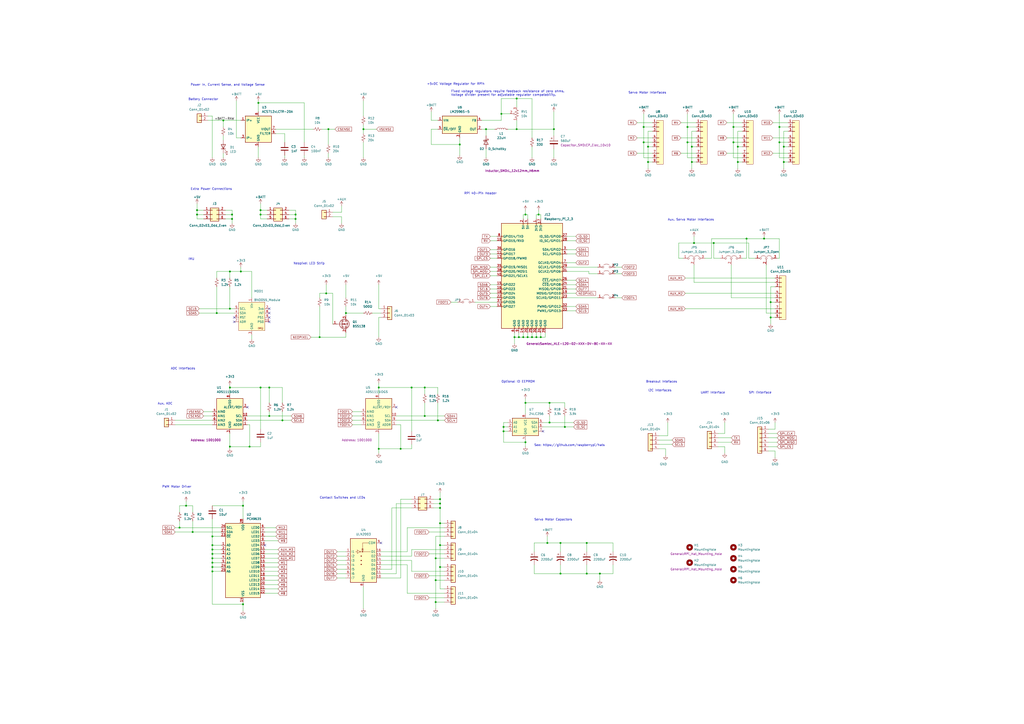
<source format=kicad_sch>
(kicad_sch (version 20211123) (generator eeschema)
  (paper "A2")
  (junction (at 281.94 74.93))
  (junction (at 123.19 323.85))
  (junction (at 318.77 233.68))
  (junction (at 255.27 328.93))
  (junction (at 313.69 195.58))
  (junction (at 123.19 316.23))
  (junction (at 171.45 127))
  (junction (at 252.73 323.85))
  (junction (at 373.38 82.55))
  (junction (at 219.71 224.79))
  (junction (at 443.23 138.43))
  (junction (at 340.36 314.96))
  (junction (at 255.27 303.53))
  (junction (at 321.31 74.93))
  (junction (at 123.19 318.77))
  (junction (at 304.8 124.46))
  (junction (at 433.07 138.43))
  (junction (at 447.04 175.26))
  (junction (at 123.19 326.39))
  (junction (at 133.35 179.07))
  (junction (at 427.99 85.09))
  (junction (at 123.19 331.47))
  (junction (at 312.42 124.46))
  (junction (at 254 243.84))
  (junction (at 401.32 93.98))
  (junction (at 452.12 82.55))
  (junction (at 133.35 224.79))
  (junction (at 299.72 74.93))
  (junction (at 454.66 93.98))
  (junction (at 123.19 321.31))
  (junction (at 292.1 247.65))
  (junction (at 104.14 306.07))
  (junction (at 414.02 140.97))
  (junction (at 123.19 328.93))
  (junction (at 325.12 332.74))
  (junction (at 327.66 247.65))
  (junction (at 425.45 73.66))
  (junction (at 347.98 332.74))
  (junction (at 190.5 74.93))
  (junction (at 111.76 308.61))
  (junction (at 318.77 245.11))
  (junction (at 114.3 121.92))
  (junction (at 123.19 311.15))
  (junction (at 252.73 349.25))
  (junction (at 308.61 195.58))
  (junction (at 300.99 195.58))
  (junction (at 304.8 233.68))
  (junction (at 185.42 195.58))
  (junction (at 252.73 336.55))
  (junction (at 133.35 259.08))
  (junction (at 401.32 85.09))
  (junction (at 255.27 289.56))
  (junction (at 156.21 224.79))
  (junction (at 129.54 69.85))
  (junction (at 317.5 314.96))
  (junction (at 139.7 157.48))
  (junction (at 398.78 73.66))
  (junction (at 140.97 293.37))
  (junction (at 425.45 82.55))
  (junction (at 255.27 292.1))
  (junction (at 266.7 83.82))
  (junction (at 246.38 224.79))
  (junction (at 219.71 260.35))
  (junction (at 290.83 66.04))
  (junction (at 447.04 184.15))
  (junction (at 134.62 124.46))
  (junction (at 238.76 224.79))
  (junction (at 299.72 57.15))
  (junction (at 125.73 181.61))
  (junction (at 292.1 250.19))
  (junction (at 140.97 350.52))
  (junction (at 398.78 82.55))
  (junction (at 144.78 259.08))
  (junction (at 454.66 85.09))
  (junction (at 200.66 181.61))
  (junction (at 156.21 241.3))
  (junction (at 189.23 170.18))
  (junction (at 114.3 124.46))
  (junction (at 171.45 124.46))
  (junction (at 151.13 224.79))
  (junction (at 246.38 241.3))
  (junction (at 375.92 85.09))
  (junction (at 304.8 256.54))
  (junction (at 133.35 157.48))
  (junction (at 427.99 93.98))
  (junction (at 311.15 195.58))
  (junction (at 452.12 73.66))
  (junction (at 151.13 121.92))
  (junction (at 255.27 316.23))
  (junction (at 325.12 314.96))
  (junction (at 255.27 294.64))
  (junction (at 340.36 332.74))
  (junction (at 375.92 93.98))
  (junction (at 163.83 243.84))
  (junction (at 134.62 127))
  (junction (at 107.95 293.37))
  (junction (at 402.59 140.97))
  (junction (at 306.07 195.58))
  (junction (at 232.41 260.35))
  (junction (at 373.38 73.66))
  (junction (at 298.45 195.58))
  (junction (at 149.86 59.69))
  (junction (at 151.13 124.46))
  (junction (at 303.53 195.58))
  (junction (at 210.82 74.93))
  (no_connect (at 143.51 236.22))
  (no_connect (at 229.87 236.22))
  (no_connect (at 156.21 184.15))
  (no_connect (at 156.21 186.69))
  (no_connect (at 156.21 179.07))
  (no_connect (at 156.21 181.61))
  (no_connect (at 220.98 314.96))
  (no_connect (at 314.96 250.19))
  (no_connect (at 135.89 184.15))
  (no_connect (at 153.67 316.23))
  (no_connect (at 135.89 186.69))
  (wire (pts (xy 309.88 320.04) (xy 309.88 314.96)))
  (wire (pts (xy 149.86 85.09) (xy 149.86 91.44)))
  (wire (pts (xy 255.27 316.23) (xy 255.27 303.53)))
  (wire (pts (xy 373.38 82.55) (xy 373.38 91.44)))
  (wire (pts (xy 252.73 349.25) (xy 257.81 349.25)))
  (wire (pts (xy 298.45 195.58) (xy 300.99 195.58)))
  (wire (pts (xy 401.32 97.79) (xy 401.32 93.98)))
  (wire (pts (xy 163.83 243.84) (xy 168.91 243.84)))
  (wire (pts (xy 290.83 66.04) (xy 290.83 57.15)))
  (wire (pts (xy 140.97 349.25) (xy 140.97 350.52)))
  (wire (pts (xy 378.46 85.09) (xy 375.92 85.09)))
  (wire (pts (xy 401.32 85.09) (xy 401.32 93.98)))
  (wire (pts (xy 133.35 224.79) (xy 133.35 228.6)))
  (wire (pts (xy 311.15 124.46) (xy 312.42 124.46)))
  (wire (pts (xy 252.73 311.15) (xy 252.73 323.85)))
  (wire (pts (xy 290.83 66.04) (xy 295.91 66.04)))
  (wire (pts (xy 398.78 66.04) (xy 398.78 73.66)))
  (wire (pts (xy 394.97 80.01) (xy 403.86 80.01)))
  (wire (pts (xy 382.27 260.35) (xy 386.08 260.35)))
  (wire (pts (xy 378.46 91.44) (xy 373.38 91.44)))
  (wire (pts (xy 163.83 224.79) (xy 163.83 233.68)))
  (wire (pts (xy 180.34 195.58) (xy 185.42 195.58)))
  (wire (pts (xy 257.81 303.53) (xy 255.27 303.53)))
  (wire (pts (xy 219.71 224.79) (xy 219.71 228.6)))
  (wire (pts (xy 123.19 323.85) (xy 128.27 323.85)))
  (wire (pts (xy 133.35 251.46) (xy 133.35 259.08)))
  (wire (pts (xy 151.13 124.46) (xy 151.13 121.92)))
  (wire (pts (xy 452.12 82.55) (xy 452.12 91.44)))
  (wire (pts (xy 220.98 327.66) (xy 236.22 327.66)))
  (wire (pts (xy 125.73 157.48) (xy 125.73 161.29)))
  (wire (pts (xy 425.45 82.55) (xy 430.53 82.55)))
  (wire (pts (xy 284.48 172.72) (xy 288.29 172.72)))
  (wire (pts (xy 114.3 127) (xy 114.3 124.46)))
  (wire (pts (xy 123.19 326.39) (xy 128.27 326.39)))
  (wire (pts (xy 129.54 69.85) (xy 129.54 73.66)))
  (wire (pts (xy 449.58 261.62) (xy 449.58 265.43)))
  (wire (pts (xy 328.93 165.1) (xy 334.01 165.1)))
  (wire (pts (xy 118.11 238.76) (xy 123.19 238.76)))
  (wire (pts (xy 133.35 223.52) (xy 133.35 224.79)))
  (wire (pts (xy 327.66 233.68) (xy 318.77 233.68)))
  (wire (pts (xy 311.15 193.04) (xy 311.15 195.58)))
  (wire (pts (xy 394.97 71.12) (xy 403.86 71.12)))
  (wire (pts (xy 294.64 245.11) (xy 292.1 245.11)))
  (wire (pts (xy 445.77 251.46) (xy 450.85 251.46)))
  (wire (pts (xy 284.48 137.16) (xy 288.29 137.16)))
  (wire (pts (xy 144.78 259.08) (xy 151.13 259.08)))
  (wire (pts (xy 143.51 241.3) (xy 156.21 241.3)))
  (wire (pts (xy 238.76 325.12) (xy 220.98 325.12)))
  (wire (pts (xy 140.97 290.83) (xy 140.97 293.37)))
  (wire (pts (xy 430.53 76.2) (xy 427.99 76.2)))
  (wire (pts (xy 328.93 139.7) (xy 334.01 139.7)))
  (wire (pts (xy 318.77 241.3) (xy 318.77 245.11)))
  (wire (pts (xy 238.76 318.77) (xy 238.76 322.58)))
  (wire (pts (xy 420.37 259.08) (xy 420.37 262.89)))
  (wire (pts (xy 434.34 140.97) (xy 414.02 140.97)))
  (wire (pts (xy 200.66 181.61) (xy 210.82 181.61)))
  (wire (pts (xy 452.12 149.86) (xy 450.85 149.86)))
  (wire (pts (xy 292.1 256.54) (xy 304.8 256.54)))
  (wire (pts (xy 248.92 308.61) (xy 257.81 308.61)))
  (wire (pts (xy 101.6 306.07) (xy 104.14 306.07)))
  (wire (pts (xy 210.82 74.93) (xy 210.82 77.47)))
  (wire (pts (xy 403.86 76.2) (xy 401.32 76.2)))
  (wire (pts (xy 143.51 243.84) (xy 163.83 243.84)))
  (wire (pts (xy 185.42 195.58) (xy 200.66 195.58)))
  (wire (pts (xy 421.64 88.9) (xy 430.53 88.9)))
  (wire (pts (xy 308.61 195.58) (xy 311.15 195.58)))
  (wire (pts (xy 257.81 306.07) (xy 236.22 306.07)))
  (wire (pts (xy 238.76 257.81) (xy 238.76 260.35)))
  (wire (pts (xy 318.77 245.11) (xy 332.74 245.11)))
  (wire (pts (xy 327.66 236.22) (xy 327.66 233.68)))
  (wire (pts (xy 424.18 153.67) (xy 424.18 172.72)))
  (wire (pts (xy 130.81 121.92) (xy 134.62 121.92)))
  (wire (pts (xy 281.94 74.93) (xy 287.02 74.93)))
  (wire (pts (xy 311.15 127) (xy 311.15 124.46)))
  (wire (pts (xy 219.71 251.46) (xy 219.71 260.35)))
  (wire (pts (xy 356.87 158.75) (xy 360.68 158.75)))
  (wire (pts (xy 300.99 193.04) (xy 300.99 195.58)))
  (wire (pts (xy 248.92 346.71) (xy 257.81 346.71)))
  (wire (pts (xy 341.63 158.75) (xy 346.71 158.75)))
  (wire (pts (xy 434.34 149.86) (xy 438.15 149.86)))
  (wire (pts (xy 316.23 195.58) (xy 316.23 193.04)))
  (wire (pts (xy 129.54 69.85) (xy 139.7 69.85)))
  (wire (pts (xy 408.94 149.86) (xy 412.75 149.86)))
  (wire (pts (xy 255.27 289.56) (xy 255.27 292.1)))
  (wire (pts (xy 149.86 58.42) (xy 149.86 59.69)))
  (wire (pts (xy 427.99 85.09) (xy 427.99 93.98)))
  (wire (pts (xy 328.93 170.18) (xy 334.01 170.18)))
  (wire (pts (xy 457.2 85.09) (xy 454.66 85.09)))
  (wire (pts (xy 153.67 321.31) (xy 161.29 321.31)))
  (wire (pts (xy 325.12 314.96) (xy 340.36 314.96)))
  (wire (pts (xy 312.42 121.92) (xy 312.42 124.46)))
  (wire (pts (xy 163.83 238.76) (xy 163.83 243.84)))
  (wire (pts (xy 195.58 320.04) (xy 200.66 320.04)))
  (wire (pts (xy 347.98 332.74) (xy 347.98 336.55)))
  (wire (pts (xy 457.2 91.44) (xy 452.12 91.44)))
  (wire (pts (xy 284.48 177.8) (xy 288.29 177.8)))
  (wire (pts (xy 252.73 336.55) (xy 252.73 349.25)))
  (wire (pts (xy 328.93 172.72) (xy 346.71 172.72)))
  (wire (pts (xy 219.71 224.79) (xy 238.76 224.79)))
  (wire (pts (xy 154.94 124.46) (xy 151.13 124.46)))
  (wire (pts (xy 195.58 327.66) (xy 200.66 327.66)))
  (wire (pts (xy 200.66 193.04) (xy 200.66 195.58)))
  (wire (pts (xy 140.97 293.37) (xy 123.19 293.37)))
  (wire (pts (xy 229.87 332.74) (xy 220.98 332.74)))
  (wire (pts (xy 284.48 149.86) (xy 288.29 149.86)))
  (wire (pts (xy 120.65 69.85) (xy 129.54 69.85)))
  (wire (pts (xy 325.12 320.04) (xy 325.12 314.96)))
  (wire (pts (xy 186.69 74.93) (xy 190.5 74.93)))
  (wire (pts (xy 193.04 125.73) (xy 198.12 125.73)))
  (wire (pts (xy 156.21 241.3) (xy 168.91 241.3)))
  (wire (pts (xy 304.8 231.14) (xy 304.8 233.68)))
  (wire (pts (xy 356.87 154.94) (xy 360.68 154.94)))
  (wire (pts (xy 238.76 292.1) (xy 229.87 292.1)))
  (wire (pts (xy 284.48 165.1) (xy 288.29 165.1)))
  (wire (pts (xy 414.02 149.86) (xy 414.02 140.97)))
  (wire (pts (xy 430.53 91.44) (xy 425.45 91.44)))
  (wire (pts (xy 257.81 331.47) (xy 238.76 331.47)))
  (wire (pts (xy 452.12 66.04) (xy 452.12 73.66)))
  (wire (pts (xy 167.64 121.92) (xy 171.45 121.92)))
  (wire (pts (xy 303.53 127) (xy 303.53 124.46)))
  (wire (pts (xy 373.38 73.66) (xy 373.38 82.55)))
  (wire (pts (xy 153.67 331.47) (xy 161.29 331.47)))
  (wire (pts (xy 340.36 314.96) (xy 340.36 320.04)))
  (wire (pts (xy 153.67 334.01) (xy 161.29 334.01)))
  (wire (pts (xy 369.57 88.9) (xy 378.46 88.9)))
  (wire (pts (xy 238.76 250.19) (xy 238.76 224.79)))
  (wire (pts (xy 308.61 85.09) (xy 308.61 91.44)))
  (wire (pts (xy 447.04 166.37) (xy 447.04 175.26)))
  (wire (pts (xy 430.53 149.86) (xy 433.07 149.86)))
  (wire (pts (xy 294.64 74.93) (xy 299.72 74.93)))
  (wire (pts (xy 328.93 167.64) (xy 334.01 167.64)))
  (wire (pts (xy 255.27 294.64) (xy 255.27 303.53)))
  (wire (pts (xy 403.86 85.09) (xy 401.32 85.09)))
  (wire (pts (xy 356.87 172.72) (xy 360.68 172.72)))
  (wire (pts (xy 257.81 318.77) (xy 238.76 318.77)))
  (wire (pts (xy 220.98 184.15) (xy 219.71 184.15)))
  (wire (pts (xy 430.53 85.09) (xy 427.99 85.09)))
  (wire (pts (xy 185.42 177.8) (xy 185.42 195.58)))
  (wire (pts (xy 229.87 292.1) (xy 229.87 332.74)))
  (wire (pts (xy 229.87 243.84) (xy 254 243.84)))
  (wire (pts (xy 340.36 332.74) (xy 347.98 332.74)))
  (wire (pts (xy 309.88 314.96) (xy 317.5 314.96)))
  (wire (pts (xy 165.1 90.17) (xy 165.1 91.44)))
  (wire (pts (xy 111.76 293.37) (xy 111.76 297.18)))
  (wire (pts (xy 303.53 124.46) (xy 304.8 124.46)))
  (wire (pts (xy 304.8 256.54) (xy 304.8 259.08)))
  (wire (pts (xy 246.38 233.68) (xy 246.38 241.3)))
  (wire (pts (xy 123.19 316.23) (xy 123.19 318.77)))
  (wire (pts (xy 313.69 195.58) (xy 316.23 195.58)))
  (wire (pts (xy 156.21 224.79) (xy 156.21 233.68)))
  (wire (pts (xy 254 233.68) (xy 254 243.84)))
  (wire (pts (xy 255.27 341.63) (xy 255.27 328.93)))
  (wire (pts (xy 382.27 255.27) (xy 389.89 255.27)))
  (wire (pts (xy 160.02 74.93) (xy 181.61 74.93)))
  (wire (pts (xy 139.7 157.48) (xy 146.05 157.48)))
  (wire (pts (xy 160.02 77.47) (xy 165.1 77.47)))
  (wire (pts (xy 254 243.84) (xy 257.81 243.84)))
  (wire (pts (xy 275.59 175.26) (xy 288.29 175.26)))
  (wire (pts (xy 219.71 184.15) (xy 219.71 195.58)))
  (wire (pts (xy 454.66 76.2) (xy 454.66 85.09)))
  (wire (pts (xy 167.64 124.46) (xy 171.45 124.46)))
  (wire (pts (xy 299.72 57.15) (xy 299.72 62.23)))
  (wire (pts (xy 448.31 88.9) (xy 457.2 88.9)))
  (wire (pts (xy 373.38 73.66) (xy 378.46 73.66)))
  (wire (pts (xy 190.5 74.93) (xy 194.31 74.93)))
  (wire (pts (xy 397.51 179.07) (xy 449.58 179.07)))
  (wire (pts (xy 402.59 140.97) (xy 402.59 137.16)))
  (wire (pts (xy 232.41 246.38) (xy 232.41 260.35)))
  (wire (pts (xy 314.96 247.65) (xy 327.66 247.65)))
  (wire (pts (xy 414.02 140.97) (xy 402.59 140.97)))
  (wire (pts (xy 393.7 149.86) (xy 393.7 140.97)))
  (wire (pts (xy 427.99 93.98) (xy 430.53 93.98)))
  (wire (pts (xy 153.67 328.93) (xy 161.29 328.93)))
  (wire (pts (xy 252.73 323.85) (xy 252.73 336.55)))
  (wire (pts (xy 447.04 175.26) (xy 447.04 184.15)))
  (wire (pts (xy 140.97 293.37) (xy 140.97 300.99)))
  (wire (pts (xy 210.82 340.36) (xy 210.82 353.06)))
  (wire (pts (xy 153.67 311.15) (xy 160.02 311.15)))
  (wire (pts (xy 111.76 302.26) (xy 111.76 308.61)))
  (wire (pts (xy 130.81 124.46) (xy 134.62 124.46)))
  (wire (pts (xy 427.99 97.79) (xy 427.99 93.98)))
  (wire (pts (xy 313.69 193.04) (xy 313.69 195.58)))
  (wire (pts (xy 321.31 86.36) (xy 321.31 91.44)))
  (wire (pts (xy 204.47 243.84) (xy 209.55 243.84)))
  (wire (pts (xy 151.13 127) (xy 151.13 124.46)))
  (wire (pts (xy 204.47 246.38) (xy 209.55 246.38)))
  (wire (pts (xy 412.75 138.43) (xy 433.07 138.43)))
  (wire (pts (xy 416.56 254) (xy 424.18 254)))
  (wire (pts (xy 452.12 138.43) (xy 452.12 149.86)))
  (wire (pts (xy 123.19 326.39) (xy 123.19 328.93)))
  (wire (pts (xy 195.58 325.12) (xy 200.66 325.12)))
  (wire (pts (xy 298.45 193.04) (xy 298.45 195.58)))
  (wire (pts (xy 420.37 259.08) (xy 416.56 259.08)))
  (wire (pts (xy 151.13 224.79) (xy 156.21 224.79)))
  (wire (pts (xy 341.63 157.48) (xy 341.63 158.75)))
  (wire (pts (xy 402.59 153.67) (xy 402.59 163.83)))
  (wire (pts (xy 328.93 180.34) (xy 334.01 180.34)))
  (wire (pts (xy 292.1 247.65) (xy 294.64 247.65)))
  (wire (pts (xy 397.51 161.29) (xy 449.58 161.29)))
  (wire (pts (xy 328.93 157.48) (xy 341.63 157.48)))
  (wire (pts (xy 311.15 195.58) (xy 313.69 195.58)))
  (wire (pts (xy 401.32 76.2) (xy 401.32 85.09)))
  (wire (pts (xy 111.76 308.61) (xy 128.27 308.61)))
  (wire (pts (xy 143.51 246.38) (xy 144.78 246.38)))
  (wire (pts (xy 189.23 170.18) (xy 193.04 170.18)))
  (wire (pts (xy 284.48 147.32) (xy 288.29 147.32)))
  (wire (pts (xy 125.73 181.61) (xy 135.89 181.61)))
  (wire (pts (xy 284.48 154.94) (xy 288.29 154.94)))
  (wire (pts (xy 252.73 311.15) (xy 257.81 311.15)))
  (wire (pts (xy 420.37 251.46) (xy 416.56 251.46)))
  (wire (pts (xy 123.19 316.23) (xy 128.27 316.23)))
  (wire (pts (xy 123.19 318.77) (xy 123.19 321.31)))
  (wire (pts (xy 251.46 292.1) (xy 255.27 292.1)))
  (wire (pts (xy 398.78 73.66) (xy 398.78 82.55)))
  (wire (pts (xy 255.27 285.75) (xy 255.27 289.56)))
  (wire (pts (xy 444.5 181.61) (xy 449.58 181.61)))
  (wire (pts (xy 318.77 236.22) (xy 318.77 233.68)))
  (wire (pts (xy 424.18 172.72) (xy 449.58 172.72)))
  (wire (pts (xy 153.67 326.39) (xy 161.29 326.39)))
  (wire (pts (xy 402.59 140.97) (xy 393.7 140.97)))
  (wire (pts (xy 153.67 318.77) (xy 161.29 318.77)))
  (wire (pts (xy 251.46 289.56) (xy 255.27 289.56)))
  (wire (pts (xy 279.4 69.85) (xy 290.83 69.85)))
  (wire (pts (xy 454.66 97.79) (xy 454.66 93.98)))
  (wire (pts (xy 204.47 241.3) (xy 209.55 241.3)))
  (wire (pts (xy 375.92 76.2) (xy 375.92 85.09)))
  (wire (pts (xy 151.13 121.92) (xy 154.94 121.92)))
  (wire (pts (xy 123.19 311.15) (xy 128.27 311.15)))
  (wire (pts (xy 153.67 323.85) (xy 161.29 323.85)))
  (wire (pts (xy 227.33 330.2) (xy 227.33 294.64)))
  (wire (pts (xy 140.97 350.52) (xy 140.97 354.33)))
  (wire (pts (xy 281.94 86.36) (xy 281.94 91.44)))
  (wire (pts (xy 252.73 323.85) (xy 257.81 323.85)))
  (wire (pts (xy 396.24 149.86) (xy 393.7 149.86)))
  (wire (pts (xy 375.92 93.98) (xy 378.46 93.98)))
  (wire (pts (xy 125.73 157.48) (xy 133.35 157.48)))
  (wire (pts (xy 434.34 149.86) (xy 434.34 140.97)))
  (wire (pts (xy 306.07 195.58) (xy 308.61 195.58)))
  (wire (pts (xy 447.04 187.96) (xy 447.04 184.15)))
  (wire (pts (xy 298.45 195.58) (xy 298.45 199.39)))
  (wire (pts (xy 248.92 321.31) (xy 257.81 321.31)))
  (wire (pts (xy 321.31 74.93) (xy 321.31 78.74)))
  (wire (pts (xy 171.45 121.92) (xy 171.45 124.46)))
  (wire (pts (xy 125.73 166.37) (xy 125.73 181.61)))
  (wire (pts (xy 433.07 138.43) (xy 443.23 138.43)))
  (wire (pts (xy 156.21 238.76) (xy 156.21 241.3)))
  (wire (pts (xy 327.66 247.65) (xy 332.74 247.65)))
  (wire (pts (xy 325.12 332.74) (xy 340.36 332.74)))
  (wire (pts (xy 447.04 184.15) (xy 449.58 184.15)))
  (wire (pts (xy 328.93 152.4) (xy 334.01 152.4)))
  (wire (pts (xy 445.77 261.62) (xy 449.58 261.62)))
  (wire (pts (xy 167.64 127) (xy 171.45 127)))
  (wire (pts (xy 281.94 74.93) (xy 281.94 78.74)))
  (wire (pts (xy 153.67 336.55) (xy 161.29 336.55)))
  (wire (pts (xy 452.12 73.66) (xy 452.12 82.55)))
  (wire (pts (xy 252.73 349.25) (xy 252.73 353.06)))
  (wire (pts (xy 104.14 306.07) (xy 128.27 306.07)))
  (wire (pts (xy 373.38 82.55) (xy 378.46 82.55)))
  (wire (pts (xy 255.27 292.1) (xy 255.27 294.64)))
  (wire (pts (xy 123.19 300.99) (xy 123.19 311.15)))
  (wire (pts (xy 165.1 77.47) (xy 165.1 82.55)))
  (wire (pts (xy 137.16 80.01) (xy 137.16 58.42)))
  (wire (pts (xy 284.48 170.18) (xy 288.29 170.18)))
  (wire (pts (xy 448.31 71.12) (xy 457.2 71.12)))
  (wire (pts (xy 123.19 311.15) (xy 123.19 316.23)))
  (wire (pts (xy 427.99 76.2) (xy 427.99 85.09)))
  (wire (pts (xy 246.38 224.79) (xy 246.38 228.6)))
  (wire (pts (xy 328.93 137.16) (xy 334.01 137.16)))
  (wire (pts (xy 449.58 248.92) (xy 445.77 248.92)))
  (wire (pts (xy 355.6 332.74) (xy 355.6 327.66)))
  (wire (pts (xy 227.33 294.64) (xy 238.76 294.64)))
  (wire (pts (xy 314.96 245.11) (xy 318.77 245.11)))
  (wire (pts (xy 445.77 259.08) (xy 450.85 259.08)))
  (wire (pts (xy 382.27 257.81) (xy 389.89 257.81)))
  (wire (pts (xy 328.93 144.78) (xy 334.01 144.78)))
  (wire (pts (xy 355.6 314.96) (xy 355.6 320.04)))
  (wire (pts (xy 452.12 73.66) (xy 457.2 73.66)))
  (wire (pts (xy 229.87 246.38) (xy 232.41 246.38)))
  (wire (pts (xy 248.92 334.01) (xy 257.81 334.01)))
  (wire (pts (xy 118.11 241.3) (xy 123.19 241.3)))
  (wire (pts (xy 133.35 259.08) (xy 133.35 260.35)))
  (wire (pts (xy 236.22 320.04) (xy 220.98 320.04)))
  (wire (pts (xy 306.07 124.46) (xy 306.07 127)))
  (wire (pts (xy 123.19 328.93) (xy 128.27 328.93)))
  (wire (pts (xy 195.58 322.58) (xy 200.66 322.58)))
  (wire (pts (xy 210.82 72.39) (xy 210.82 74.93)))
  (wire (pts (xy 421.64 71.12) (xy 430.53 71.12)))
  (wire (pts (xy 153.67 313.69) (xy 161.29 313.69)))
  (wire (pts (xy 340.36 314.96) (xy 355.6 314.96)))
  (wire (pts (xy 394.97 88.9) (xy 403.86 88.9)))
  (wire (pts (xy 146.05 194.31) (xy 146.05 196.85)))
  (wire (pts (xy 250.19 83.82) (xy 266.7 83.82)))
  (wire (pts (xy 151.13 248.92) (xy 151.13 224.79)))
  (wire (pts (xy 412.75 149.86) (xy 412.75 138.43)))
  (wire (pts (xy 251.46 294.64) (xy 255.27 294.64)))
  (wire (pts (xy 198.12 123.19) (xy 198.12 119.38)))
  (wire (pts (xy 425.45 73.66) (xy 425.45 82.55)))
  (wire (pts (xy 317.5 311.15) (xy 317.5 314.96)))
  (wire (pts (xy 403.86 91.44) (xy 398.78 91.44)))
  (wire (pts (xy 304.8 121.92) (xy 304.8 124.46)))
  (wire (pts (xy 421.64 80.01) (xy 430.53 80.01)))
  (wire (pts (xy 387.35 245.11) (xy 387.35 252.73)))
  (wire (pts (xy 104.14 293.37) (xy 107.95 293.37)))
  (wire (pts (xy 129.54 88.9) (xy 129.54 91.44)))
  (wire (pts (xy 304.8 233.68) (xy 318.77 233.68)))
  (wire (pts (xy 195.58 330.2) (xy 200.66 330.2)))
  (wire (pts (xy 299.72 74.93) (xy 321.31 74.93)))
  (wire (pts (xy 114.3 124.46) (xy 114.3 121.92)))
  (wire (pts (xy 154.94 127) (xy 151.13 127)))
  (wire (pts (xy 133.35 157.48) (xy 133.35 161.29)))
  (wire (pts (xy 190.5 74.93) (xy 190.5 83.82)))
  (wire (pts (xy 402.59 163.83) (xy 449.58 163.83)))
  (wire (pts (xy 123.19 331.47) (xy 128.27 331.47)))
  (wire (pts (xy 449.58 166.37) (xy 447.04 166.37)))
  (wire (pts (xy 425.45 82.55) (xy 425.45 91.44)))
  (wire (pts (xy 133.35 157.48) (xy 139.7 157.48)))
  (wire (pts (xy 398.78 73.66) (xy 403.86 73.66)))
  (wire (pts (xy 123.19 321.31) (xy 123.19 323.85)))
  (wire (pts (xy 373.38 66.04) (xy 373.38 73.66)))
  (wire (pts (xy 452.12 82.55) (xy 457.2 82.55)))
  (wire (pts (xy 292.1 250.19) (xy 292.1 256.54)))
  (wire (pts (xy 204.47 238.76) (xy 209.55 238.76)))
  (wire (pts (xy 457.2 76.2) (xy 454.66 76.2)))
  (wire (pts (xy 369.57 71.12) (xy 378.46 71.12)))
  (wire (pts (xy 118.11 127) (xy 114.3 127)))
  (wire (pts (xy 303.53 195.58) (xy 306.07 195.58)))
  (wire (pts (xy 149.86 59.69) (xy 149.86 64.77)))
  (wire (pts (xy 133.35 224.79) (xy 151.13 224.79)))
  (wire (pts (xy 250.19 64.77) (xy 250.19 69.85)))
  (wire (pts (xy 340.36 332.74) (xy 340.36 327.66)))
  (wire (pts (xy 257.81 344.17) (xy 236.22 344.17)))
  (wire (pts (xy 328.93 147.32) (xy 334.01 147.32)))
  (wire (pts (xy 153.67 306.07) (xy 160.02 306.07)))
  (wire (pts (xy 420.37 245.11) (xy 420.37 251.46)))
  (wire (pts (xy 171.45 124.46) (xy 171.45 127)))
  (wire (pts (xy 104.14 302.26) (xy 104.14 306.07)))
  (wire (pts (xy 189.23 165.1) (xy 189.23 170.18)))
  (wire (pts (xy 118.11 124.46) (xy 114.3 124.46)))
  (wire (pts (xy 130.81 127) (xy 134.62 127)))
  (wire (pts (xy 139.7 154.94) (xy 139.7 157.48)))
  (wire (pts (xy 292.1 247.65) (xy 292.1 250.19)))
  (wire (pts (xy 193.04 187.96) (xy 193.04 170.18)))
  (wire (pts (xy 284.48 167.64) (xy 288.29 167.64)))
  (wire (pts (xy 107.95 293.37) (xy 111.76 293.37)))
  (wire (pts (xy 210.82 74.93) (xy 218.44 74.93)))
  (wire (pts (xy 306.07 193.04) (xy 306.07 195.58)))
  (wire (pts (xy 257.81 341.63) (xy 255.27 341.63)))
  (wire (pts (xy 250.19 74.93) (xy 250.19 83.82)))
  (wire (pts (xy 200.66 165.1) (xy 200.66 172.72)))
  (wire (pts (xy 449.58 175.26) (xy 447.04 175.26)))
  (wire (pts (xy 433.07 149.86) (xy 433.07 138.43)))
  (wire (pts (xy 309.88 332.74) (xy 325.12 332.74)))
  (wire (pts (xy 347.98 332.74) (xy 355.6 332.74)))
  (wire (pts (xy 190.5 88.9) (xy 190.5 91.44)))
  (wire (pts (xy 153.67 341.63) (xy 161.29 341.63)))
  (wire (pts (xy 369.57 80.01) (xy 378.46 80.01)))
  (wire (pts (xy 129.54 78.74) (xy 129.54 81.28)))
  (wire (pts (xy 279.4 74.93) (xy 281.94 74.93)))
  (wire (pts (xy 257.81 316.23) (xy 255.27 316.23)))
  (wire (pts (xy 210.82 58.42) (xy 210.82 67.31)))
  (wire (pts (xy 149.86 59.69) (xy 176.53 59.69)))
  (wire (pts (xy 290.83 69.85) (xy 290.83 66.04)))
  (wire (pts (xy 133.35 166.37) (xy 133.35 179.07)))
  (wire (pts (xy 219.71 262.89) (xy 219.71 260.35)))
  (wire (pts (xy 417.83 149.86) (xy 414.02 149.86)))
  (wire (pts (xy 246.38 241.3) (xy 257.81 241.3)))
  (wire (pts (xy 210.82 82.55) (xy 210.82 91.44)))
  (wire (pts (xy 176.53 90.17) (xy 176.53 91.44)))
  (wire (pts (xy 171.45 127) (xy 171.45 129.54)))
  (wire (pts (xy 123.19 323.85) (xy 123.19 326.39)))
  (wire (pts (xy 445.77 256.54) (xy 450.85 256.54)))
  (wire (pts (xy 123.19 331.47) (xy 123.19 350.52)))
  (wire (pts (xy 195.58 335.28) (xy 200.66 335.28)))
  (wire (pts (xy 101.6 243.84) (xy 123.19 243.84)))
  (wire (pts (xy 236.22 344.17) (xy 236.22 327.66)))
  (wire (pts (xy 134.62 124.46) (xy 134.62 127)))
  (wire (pts (xy 144.78 246.38) (xy 144.78 259.08)))
  (wire (pts (xy 153.67 308.61) (xy 160.02 308.61)))
  (wire (pts (xy 321.31 64.77) (xy 321.31 74.93)))
  (wire (pts (xy 284.48 144.78) (xy 288.29 144.78)))
  (wire (pts (xy 255.27 328.93) (xy 255.27 316.23)))
  (wire (pts (xy 328.93 154.94) (xy 346.71 154.94)))
  (wire (pts (xy 257.81 328.93) (xy 255.27 328.93)))
  (wire (pts (xy 454.66 93.98) (xy 457.2 93.98)))
  (wire (pts (xy 104.14 293.37) (xy 104.14 297.18)))
  (wire (pts (xy 200.66 181.61) (xy 200.66 182.88)))
  (wire (pts (xy 425.45 66.04) (xy 425.45 73.66)))
  (wire (pts (xy 101.6 308.61) (xy 111.76 308.61)))
  (wire (pts (xy 299.72 57.15) (xy 308.61 57.15)))
  (wire (pts (xy 284.48 160.02) (xy 288.29 160.02)))
  (wire (pts (xy 139.7 80.01) (xy 137.16 80.01)))
  (wire (pts (xy 114.3 121.92) (xy 114.3 118.11)))
  (wire (pts (xy 375.92 97.79) (xy 375.92 93.98)))
  (wire (pts (xy 304.8 255.27) (xy 304.8 256.54)))
  (wire (pts (xy 151.13 256.54) (xy 151.13 259.08)))
  (wire (pts (xy 265.43 175.26) (xy 261.62 175.26)))
  (wire (pts (xy 378.46 76.2) (xy 375.92 76.2)))
  (wire (pts (xy 146.05 157.48) (xy 146.05 172.72)))
  (wire (pts (xy 219.71 165.1) (xy 219.71 179.07)))
  (wire (pts (xy 232.41 289.56) (xy 232.41 335.28)))
  (wire (pts (xy 153.67 339.09) (xy 161.29 339.09)))
  (wire (pts (xy 284.48 139.7) (xy 288.29 139.7)))
  (wire (pts (xy 308.61 193.04) (xy 308.61 195.58)))
  (wire (pts (xy 284.48 157.48) (xy 288.29 157.48)))
  (wire (pts (xy 254 224.79) (xy 254 228.6)))
  (wire (pts (xy 123.19 318.77) (xy 128.27 318.77)))
  (wire (pts (xy 398.78 82.55) (xy 398.78 91.44)))
  (wire (pts (xy 252.73 336.55) (xy 257.81 336.55)))
  (wire (pts (xy 219.71 179.07) (xy 220.98 179.07)))
  (wire (pts (xy 220.98 330.2) (xy 227.33 330.2)))
  (wire (pts (xy 220.98 322.58) (xy 238.76 322.58)))
  (wire (pts (xy 153.67 344.17) (xy 161.29 344.17)))
  (wire (pts (xy 185.42 170.18) (xy 185.42 172.72)))
  (wire (pts (xy 200.66 177.8) (xy 200.66 181.61)))
  (wire (pts (xy 134.62 127) (xy 134.62 129.54)))
  (wire (pts (xy 375.92 85.09) (xy 375.92 93.98)))
  (wire (pts (xy 238.76 331.47) (xy 238.76 325.12)))
  (wire (pts (xy 328.93 162.56) (xy 334.01 162.56)))
  (wire (pts (xy 416.56 256.54) (xy 424.18 256.54)))
  (wire (pts (xy 238.76 224.79) (xy 246.38 224.79)))
  (wire (pts (xy 300.99 195.58) (xy 303.53 195.58)))
  (wire (pts (xy 101.6 246.38) (xy 123.19 246.38)))
  (wire (pts (xy 238.76 289.56) (xy 232.41 289.56)))
  (wire (pts (xy 189.23 170.18) (xy 185.42 170.18)))
  (wire (pts (xy 266.7 83.82) (xy 266.7 80.01)))
  (wire (pts (xy 312.42 124.46) (xy 313.69 124.46)))
  (wire (pts (xy 134.62 121.92) (xy 134.62 124.46)))
  (wire (pts (xy 114.3 121.92) (xy 118.11 121.92)))
  (wire (pts (xy 397.51 170.18) (xy 449.58 170.18)))
  (wire (pts (xy 123.19 67.31) (xy 120.65 67.31)))
  (wire (pts (xy 299.72 69.85) (xy 299.72 74.93)))
  (wire (pts (xy 290.83 57.15) (xy 299.72 57.15)))
  (wire (pts (xy 443.23 138.43) (xy 452.12 138.43)))
  (wire (pts (xy 303.53 193.04) (xy 303.53 195.58)))
  (wire (pts (xy 193.04 123.19) (xy 198.12 123.19)))
  (wire (pts (xy 219.71 260.35) (xy 232.41 260.35)))
  (wire (pts (xy 449.58 245.11) (xy 449.58 248.92)))
  (wire (pts (xy 398.78 82.55) (xy 403.86 82.55)))
  (wire (pts (xy 246.38 224.79) (xy 254 224.79)))
  (wire (pts (xy 327.66 241.3) (xy 327.66 247.65)))
  (wire (pts (xy 219.71 222.25) (xy 219.71 224.79)))
  (wire (pts (xy 448.31 80.01) (xy 457.2 80.01)))
  (wire (pts (xy 325.12 332.74) (xy 325.12 327.66)))
  (wire (pts (xy 123.19 67.31) (xy 123.19 91.44)))
  (wire (pts (xy 445.77 254) (xy 450.85 254)))
  (wire (pts (xy 308.61 57.15) (xy 308.61 80.01)))
  (wire (pts (xy 215.9 181.61) (xy 220.98 181.61)))
  (wire (pts (xy 115.57 179.07) (xy 133.35 179.07)))
  (wire (pts (xy 304.8 233.68) (xy 304.8 240.03)))
  (wire (pts (xy 151.13 121.92) (xy 151.13 118.11)))
  (wire (pts (xy 309.88 327.66) (xy 309.88 332.74)))
  (wire (pts (xy 317.5 314.96) (xy 325.12 314.96)))
  (wire (pts (xy 266.7 83.82) (xy 266.7 90.17)))
  (wire (pts (xy 107.95 290.83) (xy 107.95 293.37)))
  (wire (pts (xy 443.23 137.16) (xy 443.23 138.43)))
  (wire (pts (xy 133.35 259.08) (xy 144.78 259.08)))
  (wire (pts (xy 454.66 85.09) (xy 454.66 93.98)))
  (wire (pts (xy 229.87 241.3) (xy 246.38 241.3)))
  (wire (pts (xy 123.19 328.93) (xy 123.19 331.47)))
  (wire (pts (xy 313.69 124.46) (xy 313.69 127)))
  (wire (pts (xy 304.8 124.46) (xy 306.07 124.46)))
  (wire (pts (xy 232.41 260.35) (xy 238.76 260.35)))
  (wire (pts (xy 386.08 260.35) (xy 386.08 264.16)))
  (wire (pts (xy 220.98 335.28) (xy 232.41 335.28)))
  (wire (pts (xy 123.19 321.31) (xy 128.27 321.31)))
  (wire (pts (xy 292.1 250.19) (xy 294.64 250.19)))
  (wire (pts (xy 387.35 252.73) (xy 382.27 252.73)))
  (wire (pts (xy 425.45 73.66) (xy 430.53 73.66)))
  (wire (pts (xy 115.57 181.61) (xy 125.73 181.61)))
  (wire (pts (xy 195.58 332.74) (xy 200.66 332.74)))
  (wire (pts (xy 292.1 245.11) (xy 292.1 247.65)))
  (wire (pts (xy 133.35 179.07) (xy 135.89 179.07)))
  (wire (pts (xy 176.53 59.69) (xy 176.53 82.55)))
  (wire (pts (xy 401.32 93.98) (xy 403.86 93.98)))
  (wire (pts (xy 254 74.93) (xy 250.19 74.93)))
  (wire (pts (xy 123.19 350.52) (xy 140.97 350.52)))
  (wire (pts (xy 328.93 177.8) (xy 334.01 177.8)))
  (wire (pts (xy 198.12 125.73) (xy 198.12 129.54)))
  (wire (pts (xy 444.5 153.67) (xy 444.5 181.61)))
  (wire (pts (xy 250.19 69.85) (xy 254 69.85)))
  (wire (pts (xy 236.22 306.07) (xy 236.22 320.04)))
  (wire (pts (xy 156.21 224.79) (xy 163.83 224.79)))
  (text "Breakout Intefaces" (at 374.65 222.25 0) (effects (font (size 1.27 1.27)) (justify left bottom)))
  (text "SPI Iinterface\n" (at 434.34 228.6 0) (effects (font (size 1.27 1.27)) (justify left bottom)))
  (text "ADC Interfaces" (at 99.06 214.63 0) (effects (font (size 1.27 1.27)) (justify left bottom)))
  (text "Extra Power Connections\n" (at 110.49 110.49 0) (effects (font (size 1.27 1.27)) (justify left bottom)))
  (text "PWM Motor Driver" (at 93.98 283.21 0) (effects (font (size 1.27 1.27)) (justify left bottom)))
  (text "Aux. ADC" (at 91.44 234.95 0) (effects (font (size 1.27 1.27)) (justify left bottom)))
  (text "+5vDC Voltage Regulator for RPi4" (at 247.65 49.53 0) (effects (font (size 1.27 1.27)) (justify left bottom)))
  (text "See: https://github.com/raspberrypi/hats" (at 309.88 259.08 0) (effects (font (size 1.27 1.27)) (justify left bottom)))
  (text "Power In, Current Sense, and Voltage Sense\n\n" (at 110.49 52.07 0) (effects (font (size 1.27 1.27)) (justify left bottom)))
  (text "Fixed voltage regulators require feedback resistance of zero ohms.\nVoltage divider present for adjustable regulator compatability." (at 261.62 55.88 0) (effects (font (size 1.27 1.27)) (justify left bottom)))
  (text "Servo Motor Capactors" (at 309.88 302.26 0) (effects (font (size 1.27 1.27)) (justify left bottom)))
  (text "UART Interface" (at 406.4 228.6 0) (effects (font (size 1.27 1.27)) (justify left bottom)))
  (text "Optional ID EEPROM" (at 290.83 222.25 0) (effects (font (size 1.27 1.27)) (justify left bottom)))
  (text "Servo Motor Interfaces" (at 364.49 54.61 0) (effects (font (size 1.27 1.27)) (justify left bottom)))
  (text "Neopixel LED Strip" (at 170.18 153.67 0) (effects (font (size 1.27 1.27)) (justify left bottom)))
  (text "Battery Connector" (at 109.22 58.42 0) (effects (font (size 1.27 1.27)) (justify left bottom)))
  (text "Aux. Servo Motor Interfaces" (at 387.35 128.27 0) (effects (font (size 1.27 1.27)) (justify left bottom)))
  (text "Contact Switches and LEDs" (at 185.42 289.56 0) (effects (font (size 1.27 1.27)) (justify left bottom)))
  (text "I2C Interfaces" (at 375.92 227.33 0) (effects (font (size 1.27 1.27)) (justify left bottom)))
  (text "IMU" (at 109.22 151.13 0) (effects (font (size 1.27 1.27)) (justify left bottom)))
  (text "RPi 40-Pin Header" (at 269.24 113.03 0) (effects (font (size 1.27 1.27)) (justify left bottom)))
  (label "+BATT-RAW" (at 124.46 69.85 0))
  (global_label "M6" (shape input) (at 161.29 339.09 0) (property "Intersheet References" "${INTERSHEET_REFS}" (effects hide)))
  (global_label "SPI_CS" (shape input) (at 450.85 259.08 0) (property "Intersheet References" "${INTERSHEET_REFS}" (effects hide)))
  (global_label "SDA5" (shape input) (at 115.57 181.61 180) (property "Intersheet References" "${INTERSHEET_REFS}" (effects hide)))
  (global_label "M7" (shape input) (at 161.29 341.63 0) (property "Intersheet References" "${INTERSHEET_REFS}" (effects hide)))
  (global_label "M2" (shape input) (at 161.29 328.93 0) (property "Intersheet References" "${INTERSHEET_REFS}" (effects hide)))
  (global_label "SDA5" (shape input) (at 334.01 177.8 0) (property "Intersheet References" "${INTERSHEET_REFS}" (effects hide)))
  (global_label "SDA6" (shape input) (at 168.91 241.3 0) (property "Intersheet References" "${INTERSHEET_REFS}" (effects hide)))
  (global_label "OUT3" (shape input) (at 284.48 147.32 180) (property "Intersheet References" "${INTERSHEET_REFS}" (effects hide)))
  (global_label "M10" (shape input) (at 448.31 71.12 180) (property "Intersheet References" "${INTERSHEET_REFS}" (effects hide)))
  (global_label "M8" (shape input) (at 161.29 344.17 0) (property "Intersheet References" "${INTERSHEET_REFS}" (effects hide)))
  (global_label "FOOT3" (shape input) (at 360.68 158.75 0) (property "Intersheet References" "${INTERSHEET_REFS}" (effects hide)))
  (global_label "M12" (shape input) (at 160.02 306.07 0) (property "Intersheet References" "${INTERSHEET_REFS}" (effects hide)))
  (global_label "M11" (shape input) (at 160.02 308.61 0) (property "Intersheet References" "${INTERSHEET_REFS}" (effects hide)))
  (global_label "FOOT1" (shape input) (at 204.47 238.76 180) (property "Intersheet References" "${INTERSHEET_REFS}" (effects hide)))
  (global_label "SCL4" (shape input) (at 334.01 162.56 0) (property "Intersheet References" "${INTERSHEET_REFS}" (effects hide)))
  (global_label "CSENSE" (shape input) (at 194.31 74.93 0) (property "Intersheet References" "${INTERSHEET_REFS}" (effects hide)))
  (global_label "RX" (shape input) (at 424.18 256.54 0) (property "Intersheet References" "${INTERSHEET_REFS}" (effects hide)))
  (global_label "SCL4" (shape input) (at 257.81 243.84 0) (property "Intersheet References" "${INTERSHEET_REFS}" (effects hide)))
  (global_label "SPI_MOSI" (shape input) (at 450.85 254 0) (property "Intersheet References" "${INTERSHEET_REFS}" (effects hide)))
  (global_label "OUT7" (shape input) (at 195.58 335.28 180) (property "Intersheet References" "${INTERSHEET_REFS}" (effects hide)))
  (global_label "M11" (shape input) (at 448.31 80.01 180) (property "Intersheet References" "${INTERSHEET_REFS}" (effects hide)))
  (global_label "FOOT3" (shape input) (at 248.92 334.01 180) (property "Intersheet References" "${INTERSHEET_REFS}" (effects hide)))
  (global_label "M4" (shape input) (at 394.97 71.12 180) (property "Intersheet References" "${INTERSHEET_REFS}" (effects hide)))
  (global_label "VSENSE" (shape input) (at 118.11 238.76 180) (property "Intersheet References" "${INTERSHEET_REFS}" (effects hide)))
  (global_label "FOOT4" (shape input) (at 204.47 246.38 180) (property "Intersheet References" "${INTERSHEET_REFS}" (effects hide)))
  (global_label "NEOPIXEL" (shape input) (at 334.01 170.18 0) (property "Intersheet References" "${INTERSHEET_REFS}" (effects hide)))
  (global_label "SDA4" (shape input) (at 257.81 241.3 0) (property "Intersheet References" "${INTERSHEET_REFS}" (effects hide)))
  (global_label "SCL1" (shape input) (at 334.01 147.32 0) (property "Intersheet References" "${INTERSHEET_REFS}" (effects hide)))
  (global_label "ID_SD" (shape input) (at 332.74 245.11 0) (property "Intersheet References" "${INTERSHEET_REFS}" (effects hide)))
  (global_label "NEOPIXEL" (shape input) (at 180.34 195.58 180) (property "Intersheet References" "${INTERSHEET_REFS}" (effects hide)))
  (global_label "OUT5" (shape input) (at 284.48 170.18 180) (property "Intersheet References" "${INTERSHEET_REFS}" (effects hide)))
  (global_label "CSENSE" (shape input) (at 118.11 241.3 180) (property "Intersheet References" "${INTERSHEET_REFS}" (effects hide)))
  (global_label "SDA5" (shape input) (at 389.89 255.27 0) (property "Intersheet References" "${INTERSHEET_REFS}" (effects hide)))
  (global_label "FOOT2" (shape input) (at 204.47 241.3 180) (property "Intersheet References" "${INTERSHEET_REFS}" (effects hide)))
  (global_label "FOOT3" (shape input) (at 204.47 243.84 180) (property "Intersheet References" "${INTERSHEET_REFS}" (effects hide)))
  (global_label "M6" (shape input) (at 394.97 88.9 180) (property "Intersheet References" "${INTERSHEET_REFS}" (effects hide)))
  (global_label "M3" (shape input) (at 369.57 88.9 180) (property "Intersheet References" "${INTERSHEET_REFS}" (effects hide)))
  (global_label "SCL6" (shape input) (at 168.91 243.84 0) (property "Intersheet References" "${INTERSHEET_REFS}" (effects hide)))
  (global_label "OUT6" (shape input) (at 195.58 332.74 180) (property "Intersheet References" "${INTERSHEET_REFS}" (effects hide)))
  (global_label "M10" (shape input) (at 160.02 311.15 0) (property "Intersheet References" "${INTERSHEET_REFS}" (effects hide)))
  (global_label "M9" (shape input) (at 161.29 313.69 0) (property "Intersheet References" "${INTERSHEET_REFS}" (effects hide)))
  (global_label "AUX_M2" (shape input) (at 397.51 170.18 180) (property "Intersheet References" "${INTERSHEET_REFS}" (effects hide)))
  (global_label "OUT3" (shape input) (at 195.58 325.12 180) (property "Intersheet References" "${INTERSHEET_REFS}" (effects hide)))
  (global_label "SDA6" (shape input) (at 284.48 165.1 180) (property "Intersheet References" "${INTERSHEET_REFS}" (effects hide)))
  (global_label "SCL5" (shape input) (at 334.01 180.34 0) (property "Intersheet References" "${INTERSHEET_REFS}" (effects hide)))
  (global_label "AUX_M3" (shape input) (at 161.29 318.77 0) (property "Intersheet References" "${INTERSHEET_REFS}" (effects hide)))
  (global_label "SCL1" (shape input) (at 101.6 306.07 180) (property "Intersheet References" "${INTERSHEET_REFS}" (effects hide)))
  (global_label "FOOT1" (shape input) (at 261.62 175.26 180) (property "Intersheet References" "${INTERSHEET_REFS}" (effects hide)))
  (global_label "ID_SC" (shape input) (at 332.74 247.65 0) (property "Intersheet References" "${INTERSHEET_REFS}" (effects hide)))
  (global_label "AUX_M1" (shape input) (at 397.51 161.29 180) (property "Intersheet References" "${INTERSHEET_REFS}" (effects hide)))
  (global_label "ID_SD" (shape input) (at 334.01 137.16 0) (property "Intersheet References" "${INTERSHEET_REFS}" (effects hide)))
  (global_label "SPI_CLK" (shape input) (at 284.48 160.02 180) (property "Intersheet References" "${INTERSHEET_REFS}" (effects hide)))
  (global_label "OUT6" (shape input) (at 284.48 172.72 180) (property "Intersheet References" "${INTERSHEET_REFS}" (effects hide)))
  (global_label "SCL5" (shape input) (at 389.89 257.81 0) (property "Intersheet References" "${INTERSHEET_REFS}" (effects hide)))
  (global_label "M5" (shape input) (at 394.97 80.01 180) (property "Intersheet References" "${INTERSHEET_REFS}" (effects hide)))
  (global_label "M7" (shape input) (at 421.64 71.12 180) (property "Intersheet References" "${INTERSHEET_REFS}" (effects hide)))
  (global_label "SPI_MOSI" (shape input) (at 284.48 157.48 180) (property "Intersheet References" "${INTERSHEET_REFS}" (effects hide)))
  (global_label "M9" (shape input) (at 421.64 88.9 180) (property "Intersheet References" "${INTERSHEET_REFS}" (effects hide)))
  (global_label "SPI_MISO" (shape input) (at 284.48 154.94 180) (property "Intersheet References" "${INTERSHEET_REFS}" (effects hide)))
  (global_label "SCL6" (shape input) (at 284.48 167.64 180) (property "Intersheet References" "${INTERSHEET_REFS}" (effects hide)))
  (global_label "OUT7" (shape input) (at 334.01 167.64 0) (property "Intersheet References" "${INTERSHEET_REFS}" (effects hide)))
  (global_label "SDA1" (shape input) (at 101.6 308.61 180) (property "Intersheet References" "${INTERSHEET_REFS}" (effects hide)))
  (global_label "FOOT2" (shape input) (at 360.68 154.94 0) (property "Intersheet References" "${INTERSHEET_REFS}" (effects hide)))
  (global_label "SDA4" (shape input) (at 334.01 165.1 0) (property "Intersheet References" "${INTERSHEET_REFS}" (effects hide)))
  (global_label "M12" (shape input) (at 448.31 88.9 180) (property "Intersheet References" "${INTERSHEET_REFS}" (effects hide)))
  (global_label "AUX_M3" (shape input) (at 397.51 179.07 180) (property "Intersheet References" "${INTERSHEET_REFS}" (effects hide)))
  (global_label "M8" (shape input) (at 421.64 80.01 180) (property "Intersheet References" "${INTERSHEET_REFS}" (effects hide)))
  (global_label "OUT5" (shape input) (at 195.58 330.2 180) (property "Intersheet References" "${INTERSHEET_REFS}" (effects hide)))
  (global_label "AUX_M2" (shape input) (at 161.29 321.31 0) (property "Intersheet References" "${INTERSHEET_REFS}" (effects hide)))
  (global_label "OUT1" (shape input) (at 195.58 320.04 180) (property "Intersheet References" "${INTERSHEET_REFS}" (effects hide)))
  (global_label "AUX_M1" (shape input) (at 161.29 323.85 0) (property "Intersheet References" "${INTERSHEET_REFS}" (effects hide)))
  (global_label "OUT1" (shape input) (at 284.48 144.78 180) (property "Intersheet References" "${INTERSHEET_REFS}" (effects hide)))
  (global_label "M5" (shape input) (at 161.29 336.55 0) (property "Intersheet References" "${INTERSHEET_REFS}" (effects hide)))
  (global_label "RX" (shape input) (at 284.48 139.7 180) (property "Intersheet References" "${INTERSHEET_REFS}" (effects hide)))
  (global_label "SDA1" (shape input) (at 334.01 144.78 0) (property "Intersheet References" "${INTERSHEET_REFS}" (effects hide)))
  (global_label "SPI_CLK" (shape input) (at 450.85 251.46 0) (property "Intersheet References" "${INTERSHEET_REFS}" (effects hide)))
  (global_label "SPI_MISO" (shape input) (at 450.85 256.54 0) (property "Intersheet References" "${INTERSHEET_REFS}" (effects hide)))
  (global_label "OUT4" (shape input) (at 284.48 177.8 180) (property "Intersheet References" "${INTERSHEET_REFS}" (effects hide)))
  (global_label "TX" (shape input) (at 284.48 137.16 180) (property "Intersheet References" "${INTERSHEET_REFS}" (effects hide)))
  (global_label "M4" (shape input) (at 161.29 334.01 0) (property "Intersheet References" "${INTERSHEET_REFS}" (effects hide)))
  (global_label "OUT2" (shape input) (at 195.58 322.58 180) (property "Intersheet References" "${INTERSHEET_REFS}" (effects hide)))
  (global_label "M1" (shape input) (at 369.57 71.12 180) (property "Intersheet References" "${INTERSHEET_REFS}" (effects hide)))
  (global_label "ID_SC" (shape input) (at 334.01 139.7 0) (property "Intersheet References" "${INTERSHEET_REFS}" (effects hide)))
  (global_label "M2" (shape input) (at 369.57 80.01 180) (property "Intersheet References" "${INTERSHEET_REFS}" (effects hide)))
  (global_label "VSENSE" (shape input) (at 218.44 74.93 0) (property "Intersheet References" "${INTERSHEET_REFS}" (effects hide)))
  (global_label "SCL5" (shape input) (at 115.57 179.07 180) (property "Intersheet References" "${INTERSHEET_REFS}" (effects hide)))
  (global_label "FOOT4" (shape input) (at 360.68 172.72 0) (property "Intersheet References" "${INTERSHEET_REFS}" (effects hide)))
  (global_label "TX" (shape input) (at 424.18 254 0) (property "Intersheet References" "${INTERSHEET_REFS}" (effects hide)))
  (global_label "FOOT2" (shape input) (at 248.92 321.31 180) (property "Intersheet References" "${INTERSHEET_REFS}" (effects hide)))
  (global_label "FOOT4" (shape input) (at 248.92 346.71 180) (property "Intersheet References" "${INTERSHEET_REFS}" (effects hide)))
  (global_label "OUT4" (shape input) (at 195.58 327.66 180) (property "Intersheet References" "${INTERSHEET_REFS}" (effects hide)))
  (global_label "M1" (shape input) (at 161.29 326.39 0) (property "Intersheet References" "${INTERSHEET_REFS}" (effects hide)))
  (global_label "FOOT1" (shape input) (at 248.92 308.61 180) (property "Intersheet References" "${INTERSHEET_REFS}" (effects hide)))
  (global_label "OUT2" (shape input) (at 334.01 152.4 0) (property "Intersheet References" "${INTERSHEET_REFS}" (effects hide)))
  (global_label "SPI_CS" (shape input) (at 284.48 149.86 180) (property "Intersheet References" "${INTERSHEET_REFS}" (effects hide)))
  (global_label "M3" (shape input) (at 161.29 331.47 0) (property "Intersheet References" "${INTERSHEET_REFS}" (effects hide)))
  (symbol (lib_id "Mechanical:MountingHole") (at 400.05 326.39 0) (unit 1)
    (property "Reference" "H2" (at 402.59 325.1199 0) (effects (justify left)))
    (property "Value" "MountingHole" (at 402.59 327.6599 0) (effects (justify left)))
    (property "Footprint" "General:RPi_Hat_Mounting_Hole" (at 403.86 330.2 0))
  )
  (symbol (lib_id "Connector_Generic:Conn_02x03_Odd_Even") (at 123.19 124.46 0) (unit 1)
    (property "Reference" "J3" (at 124.46 118.11 0))
    (property "Value" "Conn_02x03_Odd_Even" (at 120.65 130.81 0))
    (property "Footprint" "Connector_PinHeader_2.54mm:PinHeader_2x03_P2.54mm_Vertical" (effects hide))
  )
  (symbol (lib_id "power:+5V") (at 210.82 58.42 0) (unit 1)
    (property "Reference" "#PWR024" (effects hide))
    (property "Value" "+5V" (at 210.82 54.61 0))
  )
  (symbol (lib_id "power:+5V") (at 321.31 64.77 0) (unit 1)
    (property "Reference" "#PWR043" (effects hide))
    (property "Value" "+5V" (at 321.31 60.96 0))
  )
  (symbol (lib_id "Device:C") (at 123.19 297.18 0) (unit 1)
    (property "Reference" "C1" (at 127 295.9099 0) (effects (justify left)))
    (property "Value" "10uF" (at 127 298.4499 0) (effects (justify left)))
    (property "Footprint" "Capacitor_SMD:C_0805_2012Metric" (effects hide))
  )
  (symbol (lib_id "power:+3V3") (at 107.95 290.83 0) (unit 1)
    (property "Reference" "#PWR01" (effects hide))
    (property "Value" "+3V3" (at 107.95 285.75 0))
  )
  (symbol (lib_id "power:+3V3") (at 219.71 222.25 0) (unit 1)
    (property "Reference" "#PWR029" (effects hide))
    (property "Value" "+3V3" (at 219.71 217.17 0))
  )
  (symbol (lib_id "power:GND") (at 198.12 129.54 0) (unit 1)
    (property "Reference" "#PWR022" (effects hide))
    (property "Value" "GND" (at 198.12 133.35 0))
  )
  (symbol (lib_id "Transistor_Array:ULN2003") (at 210.82 325.12 0) (unit 1)
    (property "Reference" "U4" (at 210.82 307.34 0))
    (property "Value" "ULN2003" (at 210.82 309.88 0))
    (property "Footprint" "Package_SO:SOIC-16_3.9x9.9mm_P1.27mm" (effects hide))
    (property "Datasheet" "http://www.ti.com/lit/ds/symlink/uln2003a.pdf" (effects hide))
  )
  (symbol (lib_id "power:GND") (at 123.19 91.44 0) (unit 1)
    (property "Reference" "#PWR03" (effects hide))
    (property "Value" "GND" (at 123.19 95.25 0))
  )
  (symbol (lib_id "power:+3V3") (at 255.27 285.75 0) (unit 1)
    (property "Reference" "#PWR033" (effects hide))
    (property "Value" "+3V3" (at 255.27 280.67 0))
  )
  (symbol (lib_id "power:GND") (at 454.66 97.79 0) (unit 1)
    (property "Reference" "#PWR062" (effects hide))
    (property "Value" "GND" (at 454.66 101.6 0))
  )
  (symbol (lib_id "Device:R_Small_US") (at 125.73 163.83 0) (unit 1)
    (property "Reference" "R3" (at 128.27 162.5599 0) (effects (justify left)))
    (property "Value" "1.2k" (at 128.27 165.0999 0) (effects (justify left)))
    (property "Footprint" "Resistor_SMD:R_0805_2012Metric" (effects hide))
  )
  (symbol (lib_id "power:+3.3V") (at 420.37 245.11 0) (unit 1)
    (property "Reference" "#PWR053" (effects hide))
    (property "Value" "+3.3V" (at 420.37 240.03 0))
  )
  (symbol (lib_id "Connector_Generic:Conn_01x04") (at 262.89 331.47 0) (unit 1)
    (property "Reference" "J10" (at 265.43 331.4699 0) (effects (justify left)))
    (property "Value" "Conn_01x04" (at 265.43 334.0099 0) (effects (justify left)))
    (property "Footprint" "Connector_PinHeader_2.54mm:PinHeader_1x04_P2.54mm_Vertical" (effects hide))
  )
  (symbol (lib_id "Device:C") (at 238.76 254 0) (unit 1)
    (property "Reference" "C5" (at 241.3 252.7299 0) (effects (justify left)))
    (property "Value" "1uF" (at 241.3 255.2699 0) (effects (justify left)))
    (property "Footprint" "Capacitor_SMD:C_0805_2012Metric" (effects hide))
  )
  (symbol (lib_id "Jumper:Jumper_2_Open") (at 351.79 154.94 0) (unit 1)
    (property "Reference" "JP2" (at 356.87 153.67 0))
    (property "Value" "Jumper_2_Open" (effects hide))
    (property "Footprint" "Jumper:SolderJumper-2_P1.3mm_Open_Pad1.0x1.5mm" (effects hide))
  )
  (symbol (lib_id "Connector_Generic:Conn_02x03_Odd_Even") (at 160.02 124.46 0) (unit 1)
    (property "Reference" "J4" (at 161.29 118.11 0))
    (property "Value" "Conn_02x03_Odd_Even" (at 157.48 130.81 0))
    (property "Footprint" "Connector_PinHeader_2.54mm:PinHeader_2x03_P2.54mm_Vertical" (effects hide))
  )
  (symbol (lib_id "power:GND") (at 308.61 91.44 0) (mirror y) (unit 1)
    (property "Reference" "#PWR040" (effects hide))
    (property "Value" "GND" (at 308.61 95.25 0))
  )
  (symbol (lib_id "Mechanical:MountingHole") (at 425.45 317.5 0) (unit 1)
    (property "Reference" "H3" (at 427.99 316.2299 0) (effects (justify left)))
    (property "Value" "MountingHole" (at 427.99 318.7699 0) (effects (justify left)))
    (property "Footprint" "General:RPi_Hat_Mounting_Hole" (effects hide))
  )
  (symbol (lib_id "power:GND") (at 219.71 262.89 0) (unit 1)
    (property "Reference" "#PWR030" (effects hide))
    (property "Value" "GND" (at 219.71 267.97 0))
  )
  (symbol (lib_id "power:GND") (at 165.1 91.44 0) (unit 1)
    (property "Reference" "#PWR016" (effects hide))
    (property "Value" "GND" (at 165.1 95.25 0))
  )
  (symbol (lib_id "Connector_Generic:Conn_01x04") (at 262.89 344.17 0) (unit 1)
    (property "Reference" "J11" (at 265.43 344.1699 0) (effects (justify left)))
    (property "Value" "Conn_01x04" (at 265.43 346.7099 0) (effects (justify left)))
    (property "Footprint" "Connector_PinHeader_2.54mm:PinHeader_1x04_P2.54mm_Vertical" (effects hide))
  )
  (symbol (lib_id "Connector_Generic:Conn_01x04") (at 377.19 255.27 0) (mirror y) (unit 1)
    (property "Reference" "J13" (at 377.19 246.38 0))
    (property "Value" "Conn_01x04" (at 377.19 248.92 0))
    (property "Footprint" "Connector_PinHeader_2.54mm:PinHeader_1x04_P2.54mm_Vertical" (effects hide))
  )
  (symbol (lib_id "Connector_Generic:Conn_01x02") (at 187.96 123.19 0) (mirror y) (unit 1)
    (property "Reference" "J5" (at 187.96 116.84 0))
    (property "Value" "Conn_01x02" (at 187.96 119.38 0))
    (property "Footprint" "Connector_PinHeader_2.54mm:PinHeader_1x02_P2.54mm_Vertical" (effects hide))
  )
  (symbol (lib_id "power:+BATT") (at 452.12 66.04 0) (unit 1)
    (property "Reference" "#PWR061" (effects hide))
    (property "Value" "+BATT" (at 452.12 62.23 0))
  )
  (symbol (lib_id "Device:R_Small_US") (at 111.76 299.72 0) (unit 1)
    (property "Reference" "R2" (at 114.3 298.4499 0) (effects (justify left)))
    (property "Value" "1.2k" (at 114.3 300.9899 0) (effects (justify left)))
    (property "Footprint" "Resistor_SMD:R_0805_2012Metric" (effects hide))
  )
  (symbol (lib_id "power:GND") (at 210.82 91.44 0) (unit 1)
    (property "Reference" "#PWR025" (effects hide))
    (property "Value" "GND" (at 210.82 95.25 0))
  )
  (symbol (lib_id "Mechanical:MountingHole") (at 425.45 323.85 0) (unit 1)
    (property "Reference" "H4" (at 427.99 322.5799 0) (effects (justify left)))
    (property "Value" "MountingHole" (at 427.99 325.1199 0) (effects (justify left)))
    (property "Footprint" "General:RPi_Hat_Mounting_Hole" (effects hide))
  )
  (symbol (lib_id "Device:R_Small_US") (at 184.15 74.93 90) (unit 1)
    (property "Reference" "R8" (at 184.15 68.58 90))
    (property "Value" "10k" (at 184.15 71.12 90))
    (property "Footprint" "Resistor_SMD:R_0805_2012Metric" (effects hide))
  )
  (symbol (lib_id "Device:R_Small_US") (at 213.36 181.61 270) (unit 1)
    (property "Reference" "R14" (at 213.36 175.26 90))
    (property "Value" "500Ω" (at 213.36 177.8 90))
    (property "Footprint" "Resistor_SMD:R_0805_2012Metric" (effects hide))
  )
  (symbol (lib_id "Regulator_Switching:LM2596S-5") (at 266.7 72.39 0) (unit 1)
    (property "Reference" "U6" (at 266.7 62.23 0))
    (property "Value" "LM2596S-5" (at 266.7 64.77 0))
    (property "Footprint" "Package_TO_SOT_SMD:TO-263-5_TabPin3" (effects hide))
    (property "Datasheet" "http://www.ti.com/lit/ds/symlink/lm2596.pdf" (effects hide))
  )
  (symbol (lib_id "Sensor_Current:ACS712xLCTR-20A") (at 149.86 74.93 0) (unit 1)
    (property "Reference" "U3" (at 151.8794 62.23 0) (effects (justify left)))
    (property "Value" "ACS712xLCTR-20A" (at 151.8794 64.77 0) (effects (justify left)))
    (property "Footprint" "Package_SO:SOIC-8_3.9x4.9mm_P1.27mm" (effects hide))
    (property "Datasheet" "http://www.allegromicro.com/~/media/Files/Datasheets/ACS712-Datasheet.ashx?la=en" (effects hide))
  )
  (symbol (lib_id "Connectors:Conn_03x03") (at 449.58 161.29 0) (unit 1)
    (property "Reference" "U11" (at 452.755 154.94 0))
    (property "Value" "Conn_03x03" (at 452.755 157.48 0))
    (property "Footprint" "connectors:Conn_03x03" (effects hide))
  )
  (symbol (lib_id "Driver_LED:PCA9635") (at 140.97 326.39 0) (unit 1)
    (property "Reference" "U2" (at 142.9894 298.45 0) (effects (justify left)))
    (property "Value" "PCA9635" (at 142.9894 300.99 0) (effects (justify left)))
    (property "Footprint" "Package_SO:TSSOP-28_4.4x9.7mm_P0.65mm" (effects hide))
    (property "Datasheet" "https://www.nxp.com/docs/en/data-sheet/PCA9635.pdf" (effects hide))
  )
  (symbol (lib_id "Connector_Generic:Conn_02x03_Odd_Even") (at 243.84 292.1 0) (unit 1)
    (property "Reference" "J7" (at 245.11 287.02 0))
    (property "Value" "Conn_02x03_Counter_Clockwise" (effects hide))
    (property "Footprint" "Connector_PinHeader_2.54mm:PinHeader_2x03_P2.54mm_Vertical" (effects hide))
  )
  (symbol (lib_id "power:+3V3") (at 140.97 290.83 0) (unit 1)
    (property "Reference" "#PWR010" (effects hide))
    (property "Value" "+3V3" (at 140.97 285.75 0))
  )
  (symbol (lib_id "Jumper:Jumper_3_Open") (at 402.59 149.86 0) (unit 1)
    (property "Reference" "JP5" (at 402.59 143.51 0))
    (property "Value" "Jumper_3_Open" (at 402.59 146.05 0))
    (property "Footprint" "Jumper:SolderJumper-3_P1.3mm_Open_RoundedPad1.0x1.5mm" (effects hide))
  )
  (symbol (lib_id "Mechanical:MountingHole") (at 425.45 336.55 0) (unit 1)
    (property "Reference" "H6" (at 427.99 335.2799 0) (effects (justify left)))
    (property "Value" "MountingHole" (at 427.99 337.8199 0) (effects (justify left)))
    (property "Footprint" "General:RPi_Hat_Mounting_Hole" (effects hide))
  )
  (symbol (lib_id "Mechanical:MountingHole") (at 425.45 330.2 0) (unit 1)
    (property "Reference" "H5" (at 427.99 328.9299 0) (effects (justify left)))
    (property "Value" "MountingHole" (at 427.99 331.4699 0) (effects (justify left)))
    (property "Footprint" "General:RPi_Hat_Mounting_Hole" (effects hide))
  )
  (symbol (lib_id "Device:C_Polarized") (at 321.31 82.55 0) (unit 1)
    (property "Reference" "C7" (at 325.12 79.1209 0) (effects (justify left)))
    (property "Value" "560uF" (at 325.12 81.6609 0) (effects (justify left)))
    (property "Footprint" "Capacitor_SMD:CP_Elec_10x10" (at 325.12 84.2009 0) (effects (justify left)))
  )
  (symbol (lib_id "Device:R_Small_US") (at 133.35 163.83 0) (unit 1)
    (property "Reference" "R5" (at 135.89 162.5599 0) (effects (justify left)))
    (property "Value" "1.2k" (at 135.89 165.0999 0) (effects (justify left)))
    (property "Footprint" "Resistor_SMD:R_0805_2012Metric" (effects hide))
  )
  (symbol (lib_id "Device:R_Potentiometer_Trim_US") (at 299.72 66.04 180) (unit 1)
    (property "Reference" "RV1" (at 302.26 64.7699 0) (effects (justify right)))
    (property "Value" "10k" (at 302.26 67.3099 0) (effects (justify right)))
    (property "Footprint" "General:Precision_pot" (effects hide))
  )
  (symbol (lib_id "power:+BATT") (at 250.19 64.77 0) (unit 1)
    (property "Reference" "#PWR031" (effects hide))
    (property "Value" "+BATT" (at 250.19 60.96 0))
  )
  (symbol (lib_id "power:+5V") (at 149.86 58.42 0) (unit 1)
    (property "Reference" "#PWR013" (effects hide))
    (property "Value" "+5V" (at 149.86 54.61 0))
  )
  (symbol (lib_id "Device:L") (at 290.83 74.93 270) (mirror x) (unit 1)
    (property "Reference" "L1" (at 290.83 77.47 90))
    (property "Value" "22uH" (at 290.83 80.01 90))
    (property "Footprint" "Inductor_SMD:L_12x12mm_H6mm" (at 297.18 99.06 90))
  )
  (symbol (lib_id "Device:C_Polarized_US") (at 309.88 323.85 0) (unit 1)
    (property "Reference" "C6" (at 313.69 321.9449 0) (effects (justify left)))
    (property "Value" "2200uF" (at 313.69 324.4849 0) (effects (justify left)))
    (property "Footprint" "Capacitor_THT:CP_Radial_D10.0mm_P5.00mm" (effects hide))
  )
  (symbol (lib_id "Device:R_Small_US") (at 185.42 175.26 0) (unit 1)
    (property "Reference" "R9" (at 187.96 173.9899 0) (effects (justify left)))
    (property "Value" "10k" (at 187.96 176.5299 0) (effects (justify left)))
    (property "Footprint" "Resistor_SMD:R_0805_2012Metric" (effects hide))
  )
  (symbol (lib_id "power:GND") (at 171.45 129.54 0) (mirror y) (unit 1)
    (property "Reference" "#PWR017" (effects hide))
    (property "Value" "GND" (at 171.45 133.35 0))
  )
  (symbol (lib_id "Jumper:Jumper_2_Open") (at 351.79 172.72 0) (unit 1)
    (property "Reference" "JP4" (at 356.87 171.45 0))
    (property "Value" "Jumper_2_Open" (effects hide))
    (property "Footprint" "Jumper:SolderJumper-2_P1.3mm_Open_Pad1.0x1.5mm" (effects hide))
  )
  (symbol (lib_id "power:+5V") (at 114.3 118.11 0) (mirror y) (unit 1)
    (property "Reference" "#PWR02" (effects hide))
    (property "Value" "+5V" (at 114.3 114.3 0))
  )
  (symbol (lib_id "power:+3.3V") (at 449.58 245.11 0) (unit 1)
    (property "Reference" "#PWR059" (effects hide))
    (property "Value" "+3.3V" (at 449.58 240.03 0))
  )
  (symbol (lib_id "Device:R_Small_US") (at 163.83 236.22 0) (unit 1)
    (property "Reference" "R7" (at 166.37 234.9499 0) (effects (justify left)))
    (property "Value" "1.2k" (at 166.37 237.4899 0) (effects (justify left)))
    (property "Footprint" "Resistor_SMD:R_0805_2012Metric" (effects hide))
  )
  (symbol (lib_id "power:+3V3") (at 133.35 223.52 0) (unit 1)
    (property "Reference" "#PWR05" (effects hide))
    (property "Value" "+3V3" (at 133.35 218.44 0))
  )
  (symbol (lib_id "Device:R_Small_US") (at 318.77 238.76 0) (unit 1)
    (property "Reference" "R18" (at 321.31 237.4899 0) (effects (justify left)))
    (property "Value" "3.9k" (at 321.31 240.0299 0) (effects (justify left)))
    (property "Footprint" "Resistor_SMD:R_0805_2012Metric" (effects hide))
  )
  (symbol (lib_id "Analog_ADC:ADS1115IDGS") (at 219.71 241.3 0) (unit 1)
    (property "Reference" "U5" (at 212.09 224.79 0) (effects (justify left)))
    (property "Value" "ADS1115IDGS" (at 212.09 227.33 0) (effects (justify left)))
    (property "Footprint" "Package_SO:TSSOP-10_3x3mm_P0.5mm" (effects hide))
    (property "Datasheet" "http://www.ti.com/lit/ds/symlink/ads1113.pdf" (effects hide))
    (property "Address" "Address: 1001000" (at 207.01 255.27 0))
  )
  (symbol (lib_id "Connector_Generic:Conn_01x04") (at 262.89 318.77 0) (unit 1)
    (property "Reference" "J9" (at 265.43 318.7699 0) (effects (justify left)))
    (property "Value" "Conn_01x04" (at 265.43 321.3099 0) (effects (justify left)))
    (property "Footprint" "Connector_PinHeader_2.54mm:PinHeader_1x04_P2.54mm_Vertical" (effects hide))
  )
  (symbol (lib_id "power:GND") (at 219.71 195.58 0) (unit 1)
    (property "Reference" "#PWR028" (effects hide))
    (property "Value" "GND" (at 219.71 199.39 0))
  )
  (symbol (lib_id "Connector_Generic:Conn_01x02") (at 96.52 243.84 0) (mirror y) (unit 1)
    (property "Reference" "J1" (at 96.52 237.49 0))
    (property "Value" "Conn_01x02" (at 96.52 240.03 0))
    (property "Footprint" "Connector_PinHeader_2.54mm:PinHeader_1x02_P2.54mm_Vertical" (effects hide))
  )
  (symbol (lib_id "power:GND") (at 427.99 97.79 0) (unit 1)
    (property "Reference" "#PWR056" (effects hide))
    (property "Value" "GND" (at 427.99 101.6 0))
  )
  (symbol (lib_id "Memory_EEPROM:24LC256") (at 304.8 247.65 0) (unit 1)
    (property "Reference" "U7" (at 306.8194 237.49 0) (effects (justify left)))
    (property "Value" "24LC256" (at 306.8194 240.03 0) (effects (justify left)))
    (property "Footprint" "Package_SO:SOIC-8_3.9x4.9mm_P1.27mm" (effects hide))
    (property "Datasheet" "http://ww1.microchip.com/downloads/en/devicedoc/21203m.pdf" (effects hide))
  )
  (symbol (lib_id "Analog_ADC:ADS1115IDGS") (at 133.35 241.3 0) (unit 1)
    (property "Reference" "U1" (at 125.73 224.79 0) (effects (justify left)))
    (property "Value" "ADS1115IDGS" (at 125.73 227.33 0) (effects (justify left)))
    (property "Footprint" "Package_SO:TSSOP-10_3x3mm_P0.5mm" (effects hide))
    (property "Datasheet" "http://www.ti.com/lit/ds/symlink/ads1113.pdf" (effects hide))
    (property "Address" "Address: 1001000" (at 119.38 255.27 0))
  )
  (symbol (lib_id "power:+5V") (at 200.66 165.1 0) (unit 1)
    (property "Reference" "#PWR023" (effects hide))
    (property "Value" "+5V" (at 200.66 160.02 0))
  )
  (symbol (lib_id "Device:R_Small_US") (at 327.66 238.76 0) (unit 1)
    (property "Reference" "R19" (at 330.2 237.4899 0) (effects (justify left)))
    (property "Value" "3.9k" (at 330.2 240.0299 0) (effects (justify left)))
    (property "Footprint" "Resistor_SMD:R_0805_2012Metric" (effects hide))
  )
  (symbol (lib_id "power:GND") (at 140.97 354.33 0) (unit 1)
    (property "Reference" "#PWR011" (effects hide))
    (property "Value" "GND" (at 140.97 358.14 0))
  )
  (symbol (lib_id "Device:C_Polarized_US") (at 325.12 323.85 0) (unit 1)
    (property "Reference" "C8" (at 328.93 321.9449 0) (effects (justify left)))
    (property "Value" "2200uF" (at 328.93 324.4849 0) (effects (justify left)))
    (property "Footprint" "Capacitor_THT:CP_Radial_D10.0mm_P5.00mm" (effects hide))
  )
  (symbol (lib_id "power:GND") (at 386.08 264.16 0) (unit 1)
    (property "Reference" "#PWR048" (effects hide))
    (property "Value" "GND" (at 384.81 269.24 0))
  )
  (symbol (lib_id "Connector_Generic:Conn_01x02") (at 115.57 67.31 0) (mirror y) (unit 1)
    (property "Reference" "J2" (at 115.57 60.96 0))
    (property "Value" "Conn_01x02" (at 115.57 63.5 0))
    (property "Footprint" "Connector_AMASS:AMASS_XT30U-M_1x02_P5.0mm_Vertical" (effects hide))
  )
  (symbol (lib_id "power:GND") (at 129.54 91.44 0) (unit 1)
    (property "Reference" "#PWR04" (effects hide))
    (property "Value" "GND" (at 129.54 95.25 0))
  )
  (symbol (lib_id "power:+3.3V") (at 387.35 245.11 0) (unit 1)
    (property "Reference" "#PWR049" (effects hide))
    (property "Value" "+3.3V" (at 387.35 240.03 0))
  )
  (symbol (lib_id "Transistor_FET:BSS138") (at 198.12 187.96 0) (unit 1)
    (property "Reference" "Q1" (at 204.47 186.6899 0) (effects (justify left)))
    (property "Value" "BSS138" (at 204.47 189.2299 0) (effects (justify left)))
    (property "Footprint" "Package_TO_SOT_SMD:SOT-23" (effects hide))
    (property "Datasheet" "https://www.onsemi.com/pub/Collateral/BSS138-D.PDF" (effects hide))
  )
  (symbol (lib_id "Device:C_Polarized_US") (at 340.36 323.85 0) (unit 1)
    (property "Reference" "C9" (at 344.17 321.9449 0) (effects (justify left)))
    (property "Value" "2200uF" (at 344.17 324.4849 0) (effects (justify left)))
    (property "Footprint" "Capacitor_THT:CP_Radial_D10.0mm_P5.00mm" (effects hide))
  )
  (symbol (lib_id "Device:R_Small_US") (at 210.82 69.85 0) (unit 1)
    (property "Reference" "R12" (at 213.36 68.5799 0) (effects (justify left)))
    (property "Value" "10k" (at 213.36 71.1199 0) (effects (justify left)))
    (property "Footprint" "Resistor_SMD:R_0805_2012Metric" (effects hide))
  )
  (symbol (lib_id "Connector_Generic:Conn_01x04") (at 411.48 254 0) (mirror y) (unit 1)
    (property "Reference" "J14" (at 411.48 245.11 0))
    (property "Value" "Conn_01x04" (at 411.48 247.65 0))
    (property "Footprint" "Connector_PinHeader_2.54mm:PinHeader_1x04_P2.54mm_Vertical" (effects hide))
  )
  (symbol (lib_id "Connectors:Conn_03x03") (at 430.53 71.12 0) (unit 1)
    (property "Reference" "U10" (at 433.705 64.77 0))
    (property "Value" "Conn_03x03" (at 433.705 67.31 0))
    (property "Footprint" "connectors:Conn_03x03" (effects hide))
  )
  (symbol (lib_id "power:GND") (at 210.82 353.06 0) (unit 1)
    (property "Reference" "#PWR026" (effects hide))
    (property "Value" "GND" (at 210.82 356.87 0))
  )
  (symbol (lib_id "power:GND") (at 149.86 91.44 0) (unit 1)
    (property "Reference" "#PWR014" (effects hide))
    (property "Value" "GND" (at 149.86 95.25 0))
  )
  (symbol (lib_id "Device:R_Small_US") (at 129.54 76.2 180) (unit 1)
    (property "Reference" "R4" (at 132.08 74.9299 0) (effects (justify right)))
    (property "Value" "10k" (at 132.08 77.4699 0) (effects (justify right)))
    (property "Footprint" "Resistor_SMD:R_0805_2012Metric" (effects hide))
  )
  (symbol (lib_id "power:+BATT") (at 443.23 137.16 0) (unit 1)
    (property "Reference" "#PWR057" (effects hide))
    (property "Value" "+BATT" (at 443.23 133.35 0))
  )
  (symbol (lib_id "power:GND") (at 420.37 262.89 0) (unit 1)
    (property "Reference" "#PWR054" (effects hide))
    (property "Value" "GND" (at 420.37 267.97 0))
  )
  (symbol (lib_id "Connectors:Conn_03x03") (at 403.86 71.12 0) (unit 1)
    (property "Reference" "U9" (at 407.035 64.77 0))
    (property "Value" "Conn_03x03" (at 407.035 67.31 0))
    (property "Footprint" "connectors:Conn_03x03" (effects hide))
  )
  (symbol (lib_id "Connector_Generic:Conn_01x04") (at 262.89 306.07 0) (unit 1)
    (property "Reference" "J8" (at 265.43 306.0699 0) (effects (justify left)))
    (property "Value" "Conn_01x04" (at 265.43 308.6099 0) (effects (justify left)))
    (property "Footprint" "Connector_PinHeader_2.54mm:PinHeader_1x04_P2.54mm_Vertical" (effects hide))
  )
  (symbol (lib_id "Device:R_Small_US") (at 104.14 299.72 0) (unit 1)
    (property "Reference" "R1" (at 106.68 298.4499 0) (effects (justify left)))
    (property "Value" "1.2k" (at 106.68 300.9899 0) (effects (justify left)))
    (property "Footprint" "Resistor_SMD:R_0805_2012Metric" (effects hide))
  )
  (symbol (lib_id "Jumper:Jumper_3_Open") (at 424.18 149.86 0) (unit 1)
    (property "Reference" "JP6" (at 424.18 143.51 0))
    (property "Value" "Jumper_3_Open" (at 424.18 146.05 0))
    (property "Footprint" "Jumper:SolderJumper-3_P1.3mm_Open_RoundedPad1.0x1.5mm" (effects hide))
  )
  (symbol (lib_id "power:GND") (at 146.05 196.85 0) (unit 1)
    (property "Reference" "#PWR012" (effects hide))
    (property "Value" "GND" (at 146.05 200.66 0))
  )
  (symbol (lib_id "power:+3.3V") (at 189.23 165.1 0) (unit 1)
    (property "Reference" "#PWR019" (effects hide))
    (property "Value" "+3.3V" (at 189.23 160.02 0))
  )
  (symbol (lib_id "power:GND") (at 449.58 265.43 0) (unit 1)
    (property "Reference" "#PWR060" (effects hide))
    (property "Value" "GND" (at 449.58 269.24 0))
  )
  (symbol (lib_id "power:+BATT") (at 317.5 311.15 0) (unit 1)
    (property "Reference" "#PWR042" (effects hide))
    (property "Value" "+BATT" (at 317.5 307.34 0))
  )
  (symbol (lib_id "general:BNO055_Module") (at 144.78 186.69 0) (unit 1)
    (property "Reference" "MOD1" (at 147.32 168.91 0) (effects (justify left)))
    (property "Value" "BNO055_Module" (at 147.32 173.99 0) (effects (justify left)))
    (property "Footprint" "General:BNO055 Module" (effects hide))
  )
  (symbol (lib_id "power:GND") (at 281.94 91.44 0) (mirror y) (unit 1)
    (property "Reference" "#PWR035" (effects hide))
    (property "Value" "GND" (at 281.94 95.25 0))
  )
  (symbol (lib_id "Device:C") (at 165.1 86.36 0) (unit 1)
    (property "Reference" "C3" (at 168.91 85.0899 0) (effects (justify left)))
    (property "Value" "1nF" (at 168.91 87.6299 0) (effects (justify left)))
    (property "Footprint" "Capacitor_SMD:C_0805_2012Metric" (effects hide))
  )
  (symbol (lib_id "Device:R_Small_US") (at 210.82 80.01 0) (unit 1)
    (property "Reference" "R13" (at 213.36 78.7399 0) (effects (justify left)))
    (property "Value" "20k" (at 213.36 81.2799 0) (effects (justify left)))
    (property "Footprint" "Resistor_SMD:R_0805_2012Metric" (effects hide))
  )
  (symbol (lib_id "power:+BATT") (at 137.16 58.42 0) (unit 1)
    (property "Reference" "#PWR08" (effects hide))
    (property "Value" "+BATT" (at 137.16 54.61 0))
  )
  (symbol (lib_id "Device:C") (at 151.13 252.73 0) (unit 1)
    (property "Reference" "C2" (at 154.94 251.4599 0) (effects (justify left)))
    (property "Value" "1uF" (at 154.94 253.9999 0) (effects (justify left)))
    (property "Footprint" "Capacitor_SMD:C_0805_2012Metric" (effects hide))
  )
  (symbol (lib_id "power:+3.3V") (at 304.8 231.14 0) (unit 1)
    (property "Reference" "#PWR038" (effects hide))
    (property "Value" "+3.3V" (at 304.8 226.06 0))
  )
  (symbol (lib_id "power:GND") (at 133.35 260.35 0) (unit 1)
    (property "Reference" "#PWR06" (effects hide))
    (property "Value" "GND" (at 133.35 264.16 0))
  )
  (symbol (lib_id "power:+BATT") (at 151.13 118.11 0) (mirror y) (unit 1)
    (property "Reference" "#PWR015" (effects hide))
    (property "Value" "+BATT" (at 151.13 114.3 0))
  )
  (symbol (lib_id "power:GND") (at 266.7 90.17 0) (unit 1)
    (property "Reference" "#PWR034" (effects hide))
    (property "Value" "GND" (at 266.7 93.98 0))
  )
  (symbol (lib_id "power:+BATT") (at 398.78 66.04 0) (unit 1)
    (property "Reference" "#PWR050" (effects hide))
    (property "Value" "+BATT" (at 398.78 62.23 0))
  )
  (symbol (lib_id "Connector_Generic:Conn_01x06") (at 440.69 254 0) (mirror y) (unit 1)
    (property "Reference" "J15" (at 440.69 242.57 0))
    (property "Value" "Conn_01x06" (at 440.69 245.11 0))
    (property "Footprint" "Connector_PinHeader_2.54mm:PinHeader_1x06_P2.54mm_Vertical" (effects hide))
  )
  (symbol (lib_id "power:+3.3V") (at 139.7 154.94 0) (unit 1)
    (property "Reference" "#PWR09" (effects hide))
    (property "Value" "+3.3V" (at 139.7 151.13 0))
  )
  (symbol (lib_id "Device:R_Small_US") (at 200.66 175.26 0) (unit 1)
    (property "Reference" "R11" (at 203.2 173.9899 0) (effects (justify left)))
    (property "Value" "10k" (at 203.2 176.5299 0) (effects (justify left)))
    (property "Footprint" "Resistor_SMD:R_0805_2012Metric" (effects hide))
  )
  (symbol (lib_id "Jumper:Jumper_3_Open") (at 444.5 149.86 0) (unit 1)
    (property "Reference" "JP7" (at 444.5 143.51 0))
    (property "Value" "Jumper_3_Open" (at 444.5 146.05 0))
    (property "Footprint" "Jumper:SolderJumper-3_P1.3mm_Open_RoundedPad1.0x1.5mm" (effects hide))
  )
  (symbol (lib_id "Mechanical:MountingHole") (at 400.05 317.5 0) (unit 1)
    (property "Reference" "H1" (at 402.59 316.2299 0) (effects (justify left)))
    (property "Value" "MountingHole" (at 402.59 318.7699 0) (effects (justify left)))
    (property "Footprint" "General:RPi_Hat_Mounting_Hole" (at 403.86 321.31 0))
  )
  (symbol (lib_id "power:+3V3") (at 312.42 121.92 0) (unit 1)
    (property "Reference" "#PWR041" (effects hide))
    (property "Value" "+3V3" (at 312.42 116.84 0))
  )
  (symbol (lib_id "power:+5V") (at 304.8 121.92 0) (unit 1)
    (property "Reference" "#PWR037" (effects hide))
    (property "Value" "+5V" (at 304.8 116.84 0))
  )
  (symbol (lib_id "Device:R_Small_US") (at 190.5 86.36 0) (unit 1)
    (property "Reference" "R10" (at 193.04 85.0899 0) (effects (justify left)))
    (property "Value" "20k" (at 193.04 87.6299 0) (effects (justify left)))
    (property "Footprint" "Resistor_SMD:R_0805_2012Metric" (effects hide))
  )
  (symbol (lib_id "Device:LED") (at 129.54 85.09 90) (unit 1)
    (property "Reference" "D1" (at 133.35 85.4074 90) (effects (justify right)))
    (property "Value" "LED" (at 133.35 87.9474 90) (effects (justify right)))
    (property "Footprint" "LED_SMD:LED_0805_2012Metric" (effects hide))
  )
  (symbol (lib_id "power:GND") (at 190.5 91.44 0) (unit 1)
    (property "Reference" "#PWR020" (effects hide))
    (property "Value" "GND" (at 190.5 95.25 0))
  )
  (symbol (lib_id "power:GND") (at 176.53 91.44 0) (unit 1)
    (property "Reference" "#PWR018" (effects hide))
    (property "Value" "GND" (at 176.53 95.25 0))
  )
  (symbol (lib_id "power:+BATT") (at 373.38 66.04 0) (unit 1)
    (property "Reference" "#PWR046" (effects hide))
    (property "Value" "+BATT" (at 373.38 62.23 0))
  )
  (symbol (lib_id "power:+BATT") (at 425.45 66.04 0) (unit 1)
    (property "Reference" "#PWR055" (effects hide))
    (property "Value" "+BATT" (at 425.45 62.23 0))
  )
  (symbol (lib_id "Jumper:Jumper_2_Open") (at 270.51 175.26 0) (mirror y) (unit 1)
    (property "Reference" "JP1" (at 265.43 173.99 0))
    (property "Value" "Jumper_2_Open" (effects hide))
    (property "Footprint" "Jumper:SolderJumper-2_P1.3mm_Open_Pad1.0x1.5mm" (effects hide))
  )
  (symbol (lib_id "Device:D_Schottky") (at 281.94 82.55 270) (unit 1)
    (property "Reference" "D2" (at 278.13 86.36 90) (effects (justify left)))
    (property "Value" "D_Schottky" (at 283.21 86.36 90) (effects (justify left)))
    (property "Footprint" "Diode_SMD:D_SMC" (effects hide))
  )
  (symbol (lib_id "Device:R_Small_US") (at 246.38 231.14 0) (unit 1)
    (property "Reference" "R15" (at 248.92 229.8699 0) (effects (justify left)))
    (property "Value" "1.2k" (at 248.92 232.4099 0) (effects (justify left)))
    (property "Footprint" "Resistor_SMD:R_0805_2012Metric" (effects hide))
  )
  (symbol (lib_id "power:GND") (at 401.32 97.79 0) (unit 1)
    (property "Reference" "#PWR051" (effects hide))
    (property "Value" "GND" (at 401.32 101.6 0))
  )
  (symbol (lib_id "Device:R_Small_US") (at 254 231.14 0) (unit 1)
    (property "Reference" "R16" (at 256.54 229.8699 0) (effects (justify left)))
    (property "Value" "1.2k" (at 256.54 232.4099 0) (effects (justify left)))
    (property "Footprint" "Resistor_SMD:R_0805_2012Metric" (effects hide))
  )
  (symbol (lib_id "Jumper:Jumper_2_Open") (at 351.79 158.75 0) (unit 1)
    (property "Reference" "JP3" (at 356.87 157.48 0))
    (property "Value" "Jumper_2_Open" (effects hide))
    (property "Footprint" "Jumper:SolderJumper-2_P1.3mm_Open_Pad1.0x1.5mm" (effects hide))
  )
  (symbol (lib_id "Device:R_Small_US") (at 308.61 82.55 180) (unit 1)
    (property "Reference" "R17" (at 311.15 81.2799 0) (effects (justify right)))
    (property "Value" "330" (at 311.15 83.8199 0) (effects (justify right)))
    (property "Footprint" "Resistor_SMD:R_0805_2012Metric" (effects hide))
  )
  (symbol (lib_id "power:GND") (at 321.31 91.44 0) (mirror y) (unit 1)
    (property "Reference" "#PWR044" (effects hide))
    (property "Value" "GND" (at 321.31 95.25 0))
  )
  (symbol (lib_id "power:GND") (at 252.73 353.06 0) (unit 1)
    (property "Reference" "#PWR032" (effects hide))
    (property "Value" "GND" (at 252.73 356.87 0))
  )
  (symbol (lib_id "Device:C") (at 176.53 86.36 0) (unit 1)
    (property "Reference" "C4" (at 180.34 85.0899 0) (effects (justify left)))
    (property "Value" "100nF" (at 180.34 87.6299 0) (effects (justify left)))
    (property "Footprint" "Capacitor_SMD:C_0805_2012Metric" (effects hide))
  )
  (symbol (lib_id "Connectors:Conn_03x03") (at 378.46 71.12 0) (unit 1)
    (property "Reference" "U8" (at 381.635 64.77 0))
    (property "Value" "Conn_03x03" (at 381.635 67.31 0))
    (property "Footprint" "connectors:Conn_03x03" (effects hide))
  )
  (symbol (lib_id "general:+AUX") (at 198.12 119.38 0) (unit 1)
    (property "Reference" "#PWR021" (effects hide))
    (property "Value" "+AUX" (at 198.12 115.57 0))
  )
  (symbol (lib_id "Device:R_Small_US") (at 156.21 236.22 0) (unit 1)
    (property "Reference" "R6" (at 158.75 234.9499 0) (effects (justify left)))
    (property "Value" "1.2k" (at 158.75 237.4899 0) (effects (justify left)))
    (property "Footprint" "Resistor_SMD:R_0805_2012Metric" (effects hide))
  )
  (symbol (lib_id "general:+AUX") (at 402.59 137.16 0) (unit 1)
    (property "Reference" "#PWR052" (effects hide))
    (property "Value" "+AUX" (at 402.59 133.35 0))
  )
  (symbol (lib_id "power:+5V") (at 219.71 165.1 0) (unit 1)
    (property "Reference" "#PWR027" (effects hide))
    (property "Value" "+5V" (at 219.71 160.02 0))
  )
  (symbol (lib_id "power:GND") (at 304.8 259.08 0) (unit 1)
    (property "Reference" "#PWR039" (effects hide))
    (property "Value" "GND" (at 304.8 262.89 0))
  )
  (symbol (lib_id "Connectors:Conn_03x03") (at 457.2 71.12 0) (unit 1)
    (property "Reference" "U12" (at 460.375 64.77 0))
    (property "Value" "Conn_03x03" (at 460.375 67.31 0))
    (property "Footprint" "connectors:Conn_03x03" (effects hide))
  )
  (symbol (lib_id "Device:C_Polarized_US") (at 355.6 323.85 0) (unit 1)
    (property "Reference" "C10" (at 359.41 321.9449 0) (effects (justify left)))
    (property "Value" "2200uF" (at 359.41 324.4849 0) (effects (justify left)))
    (property "Footprint" "Capacitor_THT:CP_Radial_D10.0mm_P5.00mm" (effects hide))
  )
  (symbol (lib_id "power:GND") (at 298.45 199.39 0) (unit 1)
    (property "Reference" "#PWR036" (effects hide))
    (property "Value" "GND" (at 298.45 203.2 0))
  )
  (symbol (lib_id "power:GND") (at 134.62 129.54 0) (mirror y) (unit 1)
    (property "Reference" "#PWR07" (effects hide))
    (property "Value" "GND" (at 134.62 133.35 0))
  )
  (symbol (lib_id "Connector_Generic:Conn_01x03") (at 226.06 181.61 0) (unit 1)
    (property "Reference" "J6" (at 228.6 180.3399 0) (effects (justify left)))
    (property "Value" "Conn_01x03" (at 228.6 182.8799 0) (effects (justify left)))
    (property "Footprint" "Connector_PinHeader_2.54mm:PinHeader_1x03_P2.54mm_Vertical" (effects hide))
  )
  (symbol (lib_id "power:GND") (at 347.98 336.55 0) (unit 1)
    (property "Reference" "#PWR045" (effects hide))
    (property "Value" "GND" (at 347.98 340.36 0))
  )
  (symbol (lib_id "power:GND") (at 447.04 187.96 0) (unit 1)
    (property "Reference" "#PWR058" (effects hide))
    (property "Value" "GND" (at 447.04 191.77 0))
  )
  (symbol (lib_id "Connector:Raspberry_Pi_2_3") (at 308.61 160.02 0) (unit 1)
    (property "Reference" "J12" (at 315.7094 124.46 0) (effects (justify left)))
    (property "Value" "Raspberry_Pi_2_3" (at 315.7094 127 0) (effects (justify left)))
    (property "Footprint" "General:Samtec_HLE-120-02-XXX-DV-BE-XX-XX" (at 330.2 199.39 0))
    (property "Datasheet" "https://www.raspberrypi.org/documentation/hardware/raspberrypi/schematics/rpi_SCH_3bplus_1p0_reduced.pdf" (effects hide))
  )
  (symbol (lib_id "power:GND") (at 375.92 97.79 0) (unit 1)
    (property "Reference" "#PWR047" (effects hide))
    (property "Value" "GND" (at 375.92 101.6 0))
  )
)
</source>
